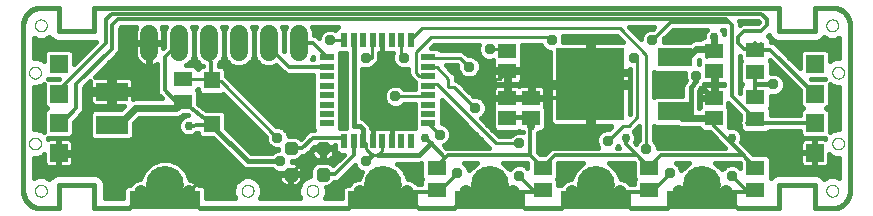
<source format=gbl>
G75*
%MOIN*%
%OFA0B0*%
%FSLAX25Y25*%
%IPPOS*%
%LPD*%
%AMOC8*
5,1,8,0,0,1.08239X$1,22.5*
%
%ADD10C,0.01600*%
%ADD11C,0.00000*%
%ADD12C,0.01200*%
%ADD13R,0.11811X0.06299*%
%ADD14R,0.22835X0.24409*%
%ADD15R,0.05906X0.05118*%
%ADD16C,0.04724*%
%ADD17C,0.12661*%
%ADD18R,0.23622X0.05906*%
%ADD19R,0.06299X0.05118*%
%ADD20R,0.02200X0.05000*%
%ADD21R,0.05000X0.02200*%
%ADD22R,0.05512X0.05512*%
%ADD23R,0.06000X0.06000*%
%ADD24C,0.02226*%
%ADD25C,0.02332*%
%ADD26R,0.10630X0.06299*%
%ADD27C,0.06000*%
%ADD28C,0.02969*%
%ADD29C,0.01000*%
%ADD30C,0.02400*%
%ADD31C,0.01500*%
%ADD32C,0.03750*%
D10*
X0049997Y0025656D02*
X0055902Y0025656D01*
X0055902Y0033530D01*
X0067713Y0033530D01*
X0067713Y0025656D01*
X0079524Y0025656D01*
X0077524Y0029256D02*
X0071313Y0029256D01*
X0071313Y0034246D01*
X0070765Y0035569D01*
X0069752Y0036582D01*
X0068429Y0037130D01*
X0055186Y0037130D01*
X0053863Y0036582D01*
X0052850Y0035569D01*
X0052816Y0035486D01*
X0052698Y0035604D01*
X0050945Y0036330D01*
X0049048Y0036330D01*
X0047691Y0035768D01*
X0047691Y0042541D01*
X0048977Y0042541D01*
X0050729Y0043267D01*
X0050902Y0043440D01*
X0050902Y0040370D01*
X0052074Y0039199D01*
X0059731Y0039199D01*
X0060902Y0040370D01*
X0060902Y0040622D01*
X0086689Y0040622D01*
X0086616Y0040592D01*
X0084273Y0038249D01*
X0083098Y0035412D01*
X0082594Y0035412D01*
X0080990Y0034747D01*
X0079804Y0033561D01*
X0078696Y0033561D01*
X0077524Y0032390D01*
X0077524Y0029256D01*
X0071313Y0029256D01*
X0071313Y0034246D01*
X0070765Y0035569D01*
X0069752Y0036582D01*
X0068429Y0037130D01*
X0055186Y0037130D01*
X0053863Y0036582D01*
X0052850Y0035569D01*
X0052816Y0035486D01*
X0052698Y0035604D01*
X0050945Y0036330D01*
X0049048Y0036330D01*
X0047691Y0035768D01*
X0047691Y0042541D01*
X0048977Y0042541D01*
X0050729Y0043267D01*
X0051102Y0043640D01*
X0051102Y0040962D01*
X0051225Y0040504D01*
X0051462Y0040094D01*
X0051797Y0039759D01*
X0052207Y0039522D01*
X0052665Y0039399D01*
X0055702Y0039399D01*
X0055702Y0043999D01*
X0056102Y0043999D01*
X0056102Y0039399D01*
X0059139Y0039399D01*
X0059597Y0039522D01*
X0060007Y0039759D01*
X0060343Y0040094D01*
X0060580Y0040504D01*
X0060702Y0040962D01*
X0060702Y0043999D01*
X0056102Y0043999D01*
X0056102Y0044399D01*
X0055702Y0044399D01*
X0055702Y0048999D01*
X0052665Y0048999D01*
X0052507Y0048957D01*
X0052407Y0049199D01*
X0059731Y0049199D01*
X0060902Y0050370D01*
X0060902Y0054538D01*
X0063280Y0056916D01*
X0063281Y0056916D01*
X0064012Y0057647D01*
X0064408Y0058603D01*
X0064408Y0065917D01*
X0066304Y0067813D01*
X0066304Y0060654D01*
X0067475Y0059482D01*
X0077330Y0059482D01*
X0076605Y0058758D01*
X0067475Y0058758D01*
X0066304Y0057586D01*
X0066304Y0049630D01*
X0067475Y0048459D01*
X0079762Y0048459D01*
X0080934Y0049630D01*
X0080934Y0054036D01*
X0082818Y0055920D01*
X0095712Y0055920D01*
X0096888Y0056407D01*
X0097207Y0056726D01*
X0098943Y0056726D01*
X0098979Y0056699D01*
X0098516Y0056699D01*
X0097236Y0056168D01*
X0096255Y0055188D01*
X0095725Y0053908D01*
X0095725Y0052522D01*
X0096255Y0051241D01*
X0097236Y0050261D01*
X0098516Y0049730D01*
X0099902Y0049730D01*
X0101183Y0050261D01*
X0101718Y0050795D01*
X0102327Y0050841D01*
X0102327Y0050221D01*
X0103499Y0049049D01*
X0107360Y0049049D01*
X0116563Y0039846D01*
X0116823Y0039586D01*
X0109518Y0039555D01*
X0107865Y0039555D01*
X0107865Y0043919D01*
X0107446Y0044930D01*
X0106673Y0045703D01*
X0105662Y0046122D01*
X0060902Y0046122D01*
X0060902Y0048027D01*
X0059731Y0049199D01*
X0060902Y0050370D01*
X0060902Y0054538D01*
X0063281Y0056916D01*
X0064012Y0057647D01*
X0064408Y0058603D01*
X0064408Y0065917D01*
X0066504Y0068013D01*
X0066504Y0065407D01*
X0072844Y0065407D01*
X0072844Y0069582D01*
X0068072Y0069582D01*
X0075092Y0076601D01*
X0075823Y0077332D01*
X0076219Y0078288D01*
X0076219Y0085602D01*
X0076664Y0086048D01*
X0081550Y0086048D01*
X0081020Y0084768D01*
X0081020Y0076779D01*
X0081782Y0074941D01*
X0083188Y0073535D01*
X0085026Y0072774D01*
X0087015Y0072774D01*
X0088735Y0073486D01*
X0088735Y0064509D01*
X0089131Y0063553D01*
X0089863Y0062822D01*
X0090364Y0062320D01*
X0080934Y0062320D01*
X0080934Y0068610D01*
X0079762Y0069782D01*
X0068272Y0069782D01*
X0075092Y0076601D01*
X0075823Y0077332D01*
X0076219Y0078288D01*
X0076219Y0085602D01*
X0076664Y0086048D01*
X0081792Y0086048D01*
X0081572Y0085616D01*
X0081339Y0084898D01*
X0081220Y0084151D01*
X0081220Y0080974D01*
X0085820Y0080974D01*
X0085820Y0080574D01*
X0081220Y0080574D01*
X0081220Y0077396D01*
X0081339Y0076650D01*
X0081572Y0075931D01*
X0081915Y0075258D01*
X0082359Y0074647D01*
X0082893Y0074112D01*
X0083505Y0073668D01*
X0084178Y0073325D01*
X0084896Y0073092D01*
X0085643Y0072974D01*
X0085820Y0072974D01*
X0085820Y0080574D01*
X0086220Y0080574D01*
X0086220Y0072974D01*
X0086398Y0072974D01*
X0087144Y0073092D01*
X0087863Y0073325D01*
X0088536Y0073668D01*
X0088735Y0073813D01*
X0088735Y0064509D01*
X0089131Y0063553D01*
X0089863Y0062822D01*
X0089863Y0062822D01*
X0090364Y0062320D01*
X0080856Y0062320D01*
X0080734Y0062269D01*
X0080734Y0063857D01*
X0074394Y0063857D01*
X0074394Y0065407D01*
X0080734Y0065407D01*
X0080734Y0068019D01*
X0080611Y0068476D01*
X0080374Y0068887D01*
X0080039Y0069222D01*
X0079628Y0069459D01*
X0079171Y0069582D01*
X0074394Y0069582D01*
X0074394Y0065407D01*
X0072844Y0065407D01*
X0072844Y0063857D01*
X0074394Y0063857D01*
X0074394Y0059682D01*
X0077530Y0059682D01*
X0076605Y0058758D01*
X0067475Y0058758D01*
X0066304Y0057586D01*
X0066304Y0049630D01*
X0067475Y0048459D01*
X0079762Y0048459D01*
X0080934Y0049630D01*
X0080934Y0054036D01*
X0082818Y0055920D01*
X0095712Y0055920D01*
X0096888Y0056407D01*
X0097207Y0056726D01*
X0098943Y0056726D01*
X0098979Y0056699D01*
X0098516Y0056699D01*
X0097236Y0056168D01*
X0096255Y0055188D01*
X0095725Y0053908D01*
X0095725Y0052522D01*
X0096255Y0051241D01*
X0097236Y0050261D01*
X0098516Y0049730D01*
X0099902Y0049730D01*
X0101183Y0050261D01*
X0101718Y0050795D01*
X0102327Y0050841D01*
X0102327Y0050221D01*
X0103499Y0049049D01*
X0107360Y0049049D01*
X0116563Y0039846D01*
X0117337Y0039072D01*
X0118347Y0038654D01*
X0126991Y0038654D01*
X0127526Y0038119D01*
X0128950Y0037529D01*
X0129349Y0037529D01*
X0129349Y0037307D01*
X0132999Y0037307D01*
X0132999Y0036807D01*
X0133499Y0036807D01*
X0133499Y0037307D01*
X0137149Y0037307D01*
X0137149Y0038431D01*
X0137037Y0038994D01*
X0136817Y0039524D01*
X0136498Y0040001D01*
X0136093Y0040407D01*
X0135616Y0040726D01*
X0135085Y0040945D01*
X0134523Y0041057D01*
X0133596Y0041057D01*
X0133596Y0041550D01*
X0134065Y0041550D01*
X0133772Y0041257D01*
X0133596Y0041257D01*
X0133596Y0041550D01*
X0134855Y0041550D01*
X0135999Y0042024D01*
X0136875Y0042900D01*
X0136978Y0043150D01*
X0137538Y0043150D01*
X0138493Y0043546D01*
X0139910Y0044963D01*
X0139910Y0044424D01*
X0140024Y0043851D01*
X0140248Y0043311D01*
X0140572Y0042825D01*
X0140985Y0042412D01*
X0141471Y0042088D01*
X0142011Y0041864D01*
X0142584Y0041750D01*
X0143610Y0041750D01*
X0143610Y0045450D01*
X0144210Y0045450D01*
X0144210Y0041750D01*
X0145236Y0041750D01*
X0145809Y0041864D01*
X0146349Y0042088D01*
X0146835Y0042412D01*
X0147248Y0042825D01*
X0147573Y0043311D01*
X0147796Y0043851D01*
X0147910Y0044424D01*
X0147910Y0045450D01*
X0144210Y0045450D01*
X0144210Y0046050D01*
X0147910Y0046050D01*
X0147910Y0046678D01*
X0148078Y0046678D01*
X0148078Y0044797D01*
X0149249Y0043626D01*
X0150904Y0043626D01*
X0147361Y0040083D01*
X0146660Y0040783D01*
X0145516Y0041257D01*
X0142304Y0041257D01*
X0141160Y0040783D01*
X0140284Y0039908D01*
X0139810Y0038763D01*
X0139810Y0036330D01*
X0139599Y0036330D01*
X0137847Y0035604D01*
X0137175Y0034932D01*
X0137349Y0035351D01*
X0137349Y0037480D01*
X0141661Y0041793D01*
X0142246Y0041550D01*
X0145574Y0041550D01*
X0146737Y0042032D01*
X0147628Y0042923D01*
X0148110Y0044086D01*
X0148110Y0044765D01*
X0149249Y0043626D01*
X0150904Y0043626D01*
X0147361Y0040083D01*
X0146660Y0040783D01*
X0145516Y0041257D01*
X0142304Y0041257D01*
X0141160Y0040783D01*
X0140284Y0039908D01*
X0139810Y0038763D01*
X0139810Y0036330D01*
X0139599Y0036330D01*
X0137847Y0035604D01*
X0136784Y0034541D01*
X0136817Y0034590D01*
X0137037Y0035120D01*
X0137149Y0035683D01*
X0137149Y0036807D01*
X0133499Y0036807D01*
X0133499Y0033057D01*
X0134523Y0033057D01*
X0135085Y0033169D01*
X0135616Y0033389D01*
X0136093Y0033708D01*
X0136405Y0034020D01*
X0135779Y0032510D01*
X0135779Y0030613D01*
X0136341Y0029256D01*
X0123101Y0029256D01*
X0123663Y0030613D01*
X0123663Y0032510D01*
X0122937Y0034262D01*
X0122787Y0034412D01*
X0129526Y0034441D01*
X0129623Y0034207D01*
X0130498Y0033331D01*
X0131642Y0032857D01*
X0134855Y0032857D01*
X0135999Y0033331D01*
X0136205Y0033537D01*
X0135779Y0032510D01*
X0135779Y0030613D01*
X0136341Y0029256D01*
X0123101Y0029256D01*
X0123663Y0030613D01*
X0123663Y0032510D01*
X0122937Y0034262D01*
X0121595Y0035604D01*
X0119843Y0036330D01*
X0117946Y0036330D01*
X0116193Y0035604D01*
X0114852Y0034262D01*
X0114968Y0034378D01*
X0110047Y0034357D01*
X0110041Y0034355D01*
X0109529Y0034355D01*
X0109018Y0034353D01*
X0109013Y0034355D01*
X0106192Y0034355D01*
X0104686Y0032849D01*
X0105146Y0032390D01*
X0105146Y0029256D01*
X0114688Y0029256D01*
X0114126Y0030613D01*
X0114126Y0032510D01*
X0114852Y0034262D01*
X0114126Y0032510D01*
X0114126Y0030613D01*
X0114688Y0029256D01*
X0105146Y0029256D01*
X0105146Y0032390D01*
X0103975Y0033561D01*
X0102529Y0033561D01*
X0102384Y0033761D01*
X0101921Y0034224D01*
X0101391Y0034609D01*
X0100807Y0034907D01*
X0100184Y0035109D01*
X0099664Y0035191D01*
X0098398Y0038249D01*
X0096054Y0040592D01*
X0095982Y0040622D01*
X0102365Y0040622D01*
X0102365Y0037882D01*
X0099895Y0035412D01*
X0099573Y0035412D01*
X0098398Y0038249D01*
X0096054Y0040592D01*
X0092992Y0041860D01*
X0089678Y0041860D01*
X0086616Y0040592D01*
X0084273Y0038249D01*
X0083098Y0035412D01*
X0082594Y0035412D01*
X0080990Y0034747D01*
X0079804Y0033561D01*
X0078696Y0033561D01*
X0077524Y0032390D01*
X0077524Y0029256D01*
X0077524Y0029593D02*
X0071313Y0029593D01*
X0077524Y0029593D01*
X0077524Y0031191D02*
X0071313Y0031191D01*
X0077524Y0031191D01*
X0077924Y0032790D02*
X0071313Y0032790D01*
X0077924Y0032790D01*
X0080631Y0034388D02*
X0071254Y0034388D01*
X0080631Y0034388D01*
X0083336Y0035987D02*
X0070347Y0035987D01*
X0083336Y0035987D01*
X0083998Y0037585D02*
X0047691Y0037585D01*
X0083998Y0037585D01*
X0085208Y0039184D02*
X0047691Y0039184D01*
X0085208Y0039184D01*
X0087075Y0040782D02*
X0060654Y0040782D01*
X0060702Y0042381D02*
X0114028Y0042381D01*
X0107865Y0042381D01*
X0107840Y0043979D02*
X0112430Y0043979D01*
X0060702Y0043979D01*
X0060702Y0044399D02*
X0056102Y0044399D01*
X0056102Y0048999D01*
X0059139Y0048999D01*
X0059597Y0048876D01*
X0060007Y0048639D01*
X0060343Y0048304D01*
X0060580Y0047894D01*
X0060702Y0047436D01*
X0060702Y0044399D01*
X0060702Y0045578D02*
X0110831Y0045578D01*
X0106798Y0045578D01*
X0109233Y0047176D02*
X0060902Y0047176D01*
X0060702Y0047176D02*
X0109233Y0047176D01*
X0107634Y0048775D02*
X0080078Y0048775D01*
X0107634Y0048775D01*
X0102327Y0050373D02*
X0101295Y0050373D01*
X0102327Y0050373D01*
X0097123Y0050373D02*
X0080934Y0050373D01*
X0097123Y0050373D01*
X0095953Y0051972D02*
X0080934Y0051972D01*
X0095953Y0051972D01*
X0095725Y0053570D02*
X0080934Y0053570D01*
X0095725Y0053570D01*
X0096247Y0055169D02*
X0082067Y0055169D01*
X0096247Y0055169D01*
X0102390Y0060637D02*
X0102390Y0064673D01*
X0102038Y0065026D01*
X0102327Y0065315D01*
X0102327Y0064788D01*
X0103499Y0063616D01*
X0110668Y0063616D01*
X0110765Y0063714D01*
X0124862Y0049617D01*
X0124862Y0048507D01*
X0125452Y0047083D01*
X0126542Y0045993D01*
X0127966Y0045403D01*
X0129149Y0045403D01*
X0129149Y0045279D01*
X0128950Y0045279D01*
X0127526Y0044689D01*
X0126991Y0044154D01*
X0120033Y0044154D01*
X0111839Y0052348D01*
X0111839Y0057390D01*
X0110668Y0058561D01*
X0105122Y0058561D01*
X0102390Y0060637D01*
X0102390Y0061563D02*
X0112916Y0061563D01*
X0111318Y0063161D02*
X0102390Y0063161D01*
X0102355Y0064760D02*
X0102304Y0064760D01*
X0103276Y0059964D02*
X0114515Y0059964D01*
X0116113Y0058366D02*
X0110863Y0058366D01*
X0111839Y0056767D02*
X0117712Y0056767D01*
X0119310Y0055169D02*
X0111839Y0055169D01*
X0111839Y0053570D02*
X0120909Y0053570D01*
X0122507Y0051972D02*
X0112215Y0051972D01*
X0113814Y0050373D02*
X0124106Y0050373D01*
X0128397Y0053153D02*
X0112155Y0069395D01*
X0111839Y0069711D01*
X0111839Y0071956D01*
X0110668Y0073128D01*
X0109285Y0073128D01*
X0109219Y0073901D01*
X0110259Y0074941D01*
X0111020Y0076779D01*
X0111020Y0084768D01*
X0110490Y0086048D01*
X0111550Y0086048D01*
X0111020Y0084768D01*
X0111020Y0076779D01*
X0111782Y0074941D01*
X0113188Y0073535D01*
X0115026Y0072774D01*
X0117015Y0072774D01*
X0118853Y0073535D01*
X0120259Y0074941D01*
X0121020Y0076779D01*
X0121020Y0084768D01*
X0120490Y0086048D01*
X0121550Y0086048D01*
X0121020Y0084768D01*
X0121020Y0076779D01*
X0121782Y0074941D01*
X0123188Y0073535D01*
X0125026Y0072774D01*
X0127015Y0072774D01*
X0128505Y0073391D01*
X0130470Y0071427D01*
X0131201Y0070696D01*
X0132157Y0070300D01*
X0140801Y0070300D01*
X0140801Y0052074D01*
X0140997Y0051878D01*
X0140031Y0051878D01*
X0139075Y0051482D01*
X0138344Y0050750D01*
X0136534Y0048941D01*
X0135999Y0049476D01*
X0134855Y0049950D01*
X0132612Y0049950D01*
X0132612Y0050048D01*
X0132022Y0051473D01*
X0130932Y0052563D01*
X0129508Y0053153D01*
X0128397Y0053153D01*
X0127980Y0053570D02*
X0140801Y0053570D01*
X0140801Y0055169D02*
X0126381Y0055169D01*
X0124783Y0056767D02*
X0140801Y0056767D01*
X0140801Y0058366D02*
X0123184Y0058366D01*
X0121586Y0059964D02*
X0140801Y0059964D01*
X0140801Y0061563D02*
X0119987Y0061563D01*
X0118389Y0063161D02*
X0140801Y0063161D01*
X0140801Y0064760D02*
X0116790Y0064760D01*
X0115192Y0066358D02*
X0140801Y0066358D01*
X0140801Y0067957D02*
X0113593Y0067957D01*
X0112155Y0069395D02*
X0112155Y0069395D01*
X0111995Y0069555D02*
X0140801Y0069555D01*
X0149801Y0069555D02*
X0151577Y0069555D01*
X0151577Y0067957D02*
X0149801Y0067957D01*
X0149801Y0066358D02*
X0151577Y0066358D01*
X0151577Y0064760D02*
X0149801Y0064760D01*
X0149801Y0063161D02*
X0151577Y0063161D01*
X0151577Y0061563D02*
X0149801Y0061563D01*
X0149801Y0059964D02*
X0151577Y0059964D01*
X0151577Y0058366D02*
X0149801Y0058366D01*
X0149801Y0056767D02*
X0151577Y0056767D01*
X0151577Y0055169D02*
X0149801Y0055169D01*
X0149801Y0053570D02*
X0151577Y0053570D01*
X0151577Y0052668D02*
X0151595Y0052626D01*
X0149801Y0052626D01*
X0149801Y0077426D01*
X0151577Y0077426D01*
X0151577Y0052668D01*
X0157077Y0055868D02*
X0157077Y0072150D01*
X0157494Y0071977D01*
X0158812Y0071977D01*
X0159248Y0070926D01*
X0160228Y0069946D01*
X0161508Y0069415D01*
X0162895Y0069415D01*
X0164175Y0069946D01*
X0165155Y0070926D01*
X0165686Y0072207D01*
X0165686Y0072848D01*
X0166289Y0073452D01*
X0166670Y0074371D01*
X0166670Y0077426D01*
X0167517Y0077426D01*
X0167185Y0076623D01*
X0167185Y0075082D01*
X0167775Y0073657D01*
X0168865Y0072567D01*
X0170289Y0071977D01*
X0171830Y0071977D01*
X0172497Y0072253D01*
X0172497Y0070434D01*
X0172877Y0069515D01*
X0173581Y0068812D01*
X0174565Y0067828D01*
X0174601Y0067812D01*
X0174601Y0065557D01*
X0171087Y0065557D01*
X0170302Y0066342D01*
X0168878Y0066932D01*
X0167336Y0066932D01*
X0165912Y0066342D01*
X0164822Y0065252D01*
X0164232Y0063828D01*
X0164232Y0062286D01*
X0164822Y0060862D01*
X0165912Y0059772D01*
X0167336Y0059182D01*
X0168878Y0059182D01*
X0170302Y0059772D01*
X0171087Y0060557D01*
X0174601Y0060557D01*
X0174601Y0052626D01*
X0169426Y0052626D01*
X0169426Y0054893D01*
X0169045Y0055812D01*
X0168258Y0056599D01*
X0167555Y0057303D01*
X0166636Y0057683D01*
X0163717Y0057683D01*
X0163717Y0057845D01*
X0163187Y0059125D01*
X0162207Y0060105D01*
X0160926Y0060636D01*
X0159540Y0060636D01*
X0158259Y0060105D01*
X0157279Y0059125D01*
X0157077Y0058638D01*
X0157077Y0072150D01*
X0157494Y0071977D01*
X0159035Y0071977D01*
X0160459Y0072567D01*
X0161549Y0073657D01*
X0161567Y0073699D01*
X0161649Y0073733D01*
X0162352Y0074436D01*
X0162733Y0075355D01*
X0162733Y0077604D01*
X0162755Y0077626D01*
X0163776Y0077626D01*
X0163776Y0081926D01*
X0163776Y0081926D01*
X0163776Y0077626D01*
X0164797Y0077626D01*
X0164997Y0077426D01*
X0167517Y0077426D01*
X0167185Y0076623D01*
X0167185Y0075082D01*
X0167775Y0073657D01*
X0168865Y0072567D01*
X0170289Y0071977D01*
X0171830Y0071977D01*
X0172497Y0072253D01*
X0172497Y0070434D01*
X0172877Y0069515D01*
X0173581Y0068812D01*
X0174565Y0067828D01*
X0174601Y0067812D01*
X0174601Y0065557D01*
X0171087Y0065557D01*
X0170302Y0066342D01*
X0168878Y0066932D01*
X0167336Y0066932D01*
X0165912Y0066342D01*
X0164822Y0065252D01*
X0164232Y0063828D01*
X0164232Y0062286D01*
X0164822Y0060862D01*
X0165912Y0059772D01*
X0167336Y0059182D01*
X0168878Y0059182D01*
X0170302Y0059772D01*
X0171087Y0060557D01*
X0174601Y0060557D01*
X0174601Y0052626D01*
X0172004Y0052626D01*
X0168147Y0052626D01*
X0167947Y0052426D01*
X0166926Y0052426D01*
X0166926Y0048126D01*
X0166926Y0048126D01*
X0166926Y0052426D01*
X0165905Y0052426D01*
X0165705Y0052626D01*
X0161848Y0052626D01*
X0161648Y0052426D01*
X0160627Y0052426D01*
X0160627Y0048168D01*
X0160627Y0048168D01*
X0160627Y0052426D01*
X0160030Y0052426D01*
X0160030Y0052777D01*
X0159612Y0053788D01*
X0158838Y0054562D01*
X0157854Y0055546D01*
X0157077Y0055868D01*
X0157077Y0056767D02*
X0174601Y0056767D01*
X0168090Y0056767D01*
X0169312Y0055169D02*
X0174601Y0055169D01*
X0158231Y0055169D01*
X0159702Y0053570D02*
X0174601Y0053570D01*
X0169426Y0053570D01*
X0166926Y0051972D02*
X0166926Y0051972D01*
X0166926Y0050373D02*
X0166926Y0050373D01*
X0164426Y0052626D02*
X0162733Y0052626D01*
X0162733Y0052683D01*
X0164426Y0052683D01*
X0164426Y0052626D01*
X0160627Y0051972D02*
X0160627Y0051972D01*
X0160627Y0050373D02*
X0160627Y0050373D01*
X0160627Y0048775D02*
X0160627Y0048775D01*
X0166926Y0048775D02*
X0166926Y0048775D01*
X0168816Y0040622D02*
X0176528Y0040622D01*
X0176737Y0040709D01*
X0176737Y0035851D01*
X0177090Y0035498D01*
X0176737Y0035145D01*
X0176737Y0033649D01*
X0175613Y0033649D01*
X0174515Y0034747D01*
X0172912Y0035412D01*
X0172408Y0035412D01*
X0171232Y0038249D01*
X0168889Y0040592D01*
X0168816Y0040622D01*
X0170297Y0039184D02*
X0176737Y0039184D01*
X0176737Y0037585D02*
X0171507Y0037585D01*
X0172169Y0035987D02*
X0176737Y0035987D01*
X0176737Y0034388D02*
X0174874Y0034388D01*
X0190922Y0040772D02*
X0195319Y0040772D01*
X0194884Y0040592D01*
X0192616Y0038324D01*
X0192061Y0039662D01*
X0190971Y0040752D01*
X0190922Y0040772D01*
X0192259Y0039184D02*
X0193476Y0039184D01*
X0203887Y0040772D02*
X0212109Y0040772D01*
X0212170Y0040711D01*
X0212170Y0039238D01*
X0211641Y0039767D01*
X0210216Y0040357D01*
X0208675Y0040357D01*
X0207251Y0039767D01*
X0206199Y0038715D01*
X0204322Y0040592D01*
X0203887Y0040772D01*
X0205730Y0039184D02*
X0206667Y0039184D01*
X0215786Y0044449D02*
X0216437Y0043797D01*
X0218005Y0043797D01*
X0219052Y0044845D01*
X0219784Y0045576D01*
X0220739Y0045972D01*
X0235814Y0045972D01*
X0235688Y0046098D01*
X0235098Y0047523D01*
X0235098Y0049064D01*
X0235688Y0050488D01*
X0236778Y0051578D01*
X0238202Y0052168D01*
X0239313Y0052168D01*
X0239934Y0052789D01*
X0220822Y0052789D01*
X0219650Y0053961D01*
X0219650Y0059867D01*
X0218335Y0059867D01*
X0218335Y0052386D01*
X0217164Y0051215D01*
X0216310Y0051215D01*
X0215786Y0050690D01*
X0215786Y0044449D01*
X0215786Y0050690D01*
X0216310Y0051215D01*
X0217164Y0051215D01*
X0218335Y0052386D01*
X0218335Y0059161D01*
X0218070Y0059427D01*
X0218135Y0059671D01*
X0218135Y0061987D01*
X0213862Y0061987D01*
X0213862Y0062946D01*
X0218135Y0062946D01*
X0218135Y0065263D01*
X0218013Y0065720D01*
X0217776Y0066131D01*
X0217441Y0066466D01*
X0217030Y0066703D01*
X0216572Y0066826D01*
X0213862Y0066826D01*
X0213862Y0062946D01*
X0212903Y0062946D01*
X0212903Y0061987D01*
X0210261Y0061987D01*
X0205988Y0061987D01*
X0205988Y0062946D01*
X0212903Y0062946D01*
X0212903Y0066826D01*
X0210193Y0066826D01*
X0209735Y0066703D01*
X0209446Y0066536D01*
X0209156Y0066703D01*
X0208698Y0066826D01*
X0205988Y0066826D01*
X0205988Y0062946D01*
X0205029Y0062946D01*
X0205029Y0061987D01*
X0200756Y0061987D01*
X0200756Y0059671D01*
X0200821Y0059427D01*
X0200556Y0059161D01*
X0200556Y0052386D01*
X0201727Y0051215D01*
X0209290Y0051215D01*
X0209446Y0051370D01*
X0209601Y0051215D01*
X0210455Y0051215D01*
X0210586Y0051084D01*
X0210586Y0051031D01*
X0210216Y0051184D01*
X0208675Y0051184D01*
X0207251Y0050594D01*
X0206465Y0049809D01*
X0202607Y0049809D01*
X0196668Y0055749D01*
X0196877Y0055835D01*
X0197967Y0056925D01*
X0198557Y0058349D01*
X0198557Y0059891D01*
X0197967Y0061315D01*
X0196877Y0062405D01*
X0195453Y0062995D01*
X0194342Y0062995D01*
X0191447Y0065890D01*
X0191734Y0066009D01*
X0192188Y0066463D01*
X0201164Y0066463D01*
X0200556Y0065854D01*
X0200556Y0052386D01*
X0201727Y0051215D01*
X0209290Y0051215D01*
X0209446Y0051370D01*
X0209601Y0051215D01*
X0210455Y0051215D01*
X0210586Y0051084D01*
X0210586Y0051031D01*
X0210216Y0051184D01*
X0208675Y0051184D01*
X0207251Y0050594D01*
X0206465Y0049809D01*
X0202607Y0049809D01*
X0196668Y0055749D01*
X0196877Y0055835D01*
X0197967Y0056925D01*
X0198557Y0058349D01*
X0198557Y0059891D01*
X0197967Y0061315D01*
X0196877Y0062405D01*
X0195453Y0062995D01*
X0194342Y0062995D01*
X0189208Y0068129D01*
X0188323Y0068496D01*
X0188323Y0069460D01*
X0187943Y0070379D01*
X0187240Y0071082D01*
X0184969Y0073352D01*
X0188725Y0073352D01*
X0188838Y0073239D01*
X0188838Y0072352D01*
X0187787Y0071916D01*
X0187096Y0071226D01*
X0184969Y0073352D01*
X0188725Y0073352D01*
X0188838Y0073239D01*
X0188838Y0072129D01*
X0189428Y0070705D01*
X0190518Y0069615D01*
X0191942Y0069025D01*
X0193484Y0069025D01*
X0194908Y0069615D01*
X0195998Y0070705D01*
X0196588Y0072129D01*
X0196588Y0073670D01*
X0195998Y0075095D01*
X0194908Y0076185D01*
X0193484Y0076775D01*
X0192374Y0076775D01*
X0191177Y0077972D01*
X0190258Y0078352D01*
X0189263Y0078352D01*
X0183227Y0078352D01*
X0182430Y0079149D01*
X0179861Y0079149D01*
X0180954Y0080242D01*
X0196004Y0080242D01*
X0195728Y0079576D01*
X0195728Y0078034D01*
X0196318Y0076610D01*
X0197408Y0075520D01*
X0198832Y0074930D01*
X0200374Y0074930D01*
X0200556Y0075006D01*
X0200556Y0071463D01*
X0196312Y0071463D01*
X0196588Y0072129D01*
X0196588Y0073670D01*
X0195998Y0075095D01*
X0194908Y0076185D01*
X0193484Y0076775D01*
X0192374Y0076775D01*
X0191177Y0077972D01*
X0190258Y0078352D01*
X0183227Y0078352D01*
X0182430Y0079149D01*
X0179861Y0079149D01*
X0180954Y0080242D01*
X0196004Y0080242D01*
X0195728Y0079576D01*
X0195728Y0078034D01*
X0196318Y0076610D01*
X0197408Y0075520D01*
X0198832Y0074930D01*
X0200374Y0074930D01*
X0200556Y0075006D01*
X0200556Y0074827D01*
X0200821Y0074562D01*
X0200756Y0074318D01*
X0200756Y0072001D01*
X0205029Y0072001D01*
X0205029Y0071042D01*
X0205988Y0071042D01*
X0205988Y0067163D01*
X0208698Y0067163D01*
X0209156Y0067285D01*
X0209566Y0067522D01*
X0209902Y0067857D01*
X0210139Y0068268D01*
X0210261Y0068726D01*
X0210261Y0071042D01*
X0205988Y0071042D01*
X0205988Y0072001D01*
X0210261Y0072001D01*
X0210261Y0074318D01*
X0210196Y0074562D01*
X0210461Y0074827D01*
X0210461Y0080242D01*
X0216706Y0080242D01*
X0216987Y0079563D01*
X0218077Y0078473D01*
X0219502Y0077883D01*
X0219650Y0077883D01*
X0219650Y0065067D01*
X0218335Y0065067D01*
X0218335Y0065854D01*
X0217164Y0067026D01*
X0209601Y0067026D01*
X0209446Y0066870D01*
X0209321Y0066994D01*
X0210461Y0068134D01*
X0210461Y0080242D01*
X0216706Y0080242D01*
X0216987Y0079563D01*
X0218077Y0078473D01*
X0219502Y0077883D01*
X0219850Y0077883D01*
X0219850Y0067794D01*
X0232268Y0067794D01*
X0232268Y0080999D01*
X0224147Y0080999D01*
X0224147Y0082529D01*
X0223871Y0083195D01*
X0241875Y0083195D01*
X0243871Y0081199D01*
X0224147Y0081199D01*
X0224147Y0082529D01*
X0223871Y0083195D01*
X0241875Y0083195D01*
X0244071Y0080999D01*
X0233868Y0080999D01*
X0233868Y0067794D01*
X0246285Y0067794D01*
X0246285Y0072299D01*
X0246316Y0072286D01*
X0246316Y0057203D01*
X0246285Y0057172D01*
X0246285Y0066194D01*
X0233868Y0066194D01*
X0233868Y0067794D01*
X0232268Y0067794D01*
X0232268Y0066194D01*
X0233868Y0066194D01*
X0233868Y0052989D01*
X0240134Y0052989D01*
X0239313Y0052168D01*
X0238202Y0052168D01*
X0236778Y0051578D01*
X0235688Y0050488D01*
X0235098Y0049064D01*
X0235098Y0047523D01*
X0235688Y0046098D01*
X0235814Y0045972D01*
X0220739Y0045972D01*
X0219784Y0045576D01*
X0219052Y0044845D01*
X0218005Y0043797D01*
X0216437Y0043797D01*
X0215786Y0044449D01*
X0216256Y0043979D02*
X0218187Y0043979D01*
X0216256Y0043979D01*
X0215786Y0045578D02*
X0219787Y0045578D01*
X0215786Y0045578D01*
X0215786Y0047176D02*
X0235242Y0047176D01*
X0215786Y0047176D01*
X0215786Y0048775D02*
X0235098Y0048775D01*
X0215786Y0048775D01*
X0215786Y0050373D02*
X0235640Y0050373D01*
X0215786Y0050373D01*
X0217921Y0051972D02*
X0237728Y0051972D01*
X0217921Y0051972D01*
X0218335Y0053570D02*
X0220041Y0053570D01*
X0220210Y0053684D02*
X0220545Y0053349D01*
X0220955Y0053112D01*
X0221413Y0052989D01*
X0232268Y0052989D01*
X0232268Y0066194D01*
X0219850Y0066194D01*
X0219850Y0054552D01*
X0219973Y0054095D01*
X0220210Y0053684D01*
X0220324Y0053570D02*
X0218335Y0053570D01*
X0218335Y0055169D02*
X0219650Y0055169D01*
X0219850Y0055169D02*
X0218335Y0055169D01*
X0218335Y0056767D02*
X0219650Y0056767D01*
X0219850Y0056767D02*
X0218335Y0056767D01*
X0218335Y0058366D02*
X0219650Y0058366D01*
X0219850Y0058366D02*
X0218335Y0058366D01*
X0218135Y0059964D02*
X0219850Y0059964D01*
X0219850Y0061563D02*
X0218135Y0061563D01*
X0218135Y0063161D02*
X0219850Y0063161D01*
X0219850Y0064760D02*
X0218135Y0064760D01*
X0217831Y0066358D02*
X0219650Y0066358D01*
X0219650Y0067957D02*
X0210284Y0067957D01*
X0209959Y0067957D02*
X0219850Y0067957D01*
X0219850Y0069555D02*
X0210261Y0069555D01*
X0210461Y0069555D02*
X0219650Y0069555D01*
X0219650Y0071154D02*
X0210461Y0071154D01*
X0210461Y0072752D02*
X0219650Y0072752D01*
X0219850Y0072752D02*
X0210261Y0072752D01*
X0210252Y0074351D02*
X0219850Y0074351D01*
X0219650Y0074351D02*
X0210461Y0074351D01*
X0210461Y0075949D02*
X0219650Y0075949D01*
X0219850Y0075949D02*
X0210461Y0075949D01*
X0210461Y0077548D02*
X0219650Y0077548D01*
X0219850Y0077548D02*
X0210461Y0077548D01*
X0210461Y0079146D02*
X0217404Y0079146D01*
X0210461Y0079146D01*
X0200765Y0074351D02*
X0196306Y0074351D01*
X0200556Y0074351D01*
X0200556Y0072752D02*
X0196588Y0072752D01*
X0200756Y0072752D01*
X0200756Y0071042D02*
X0200756Y0068726D01*
X0200878Y0068268D01*
X0201115Y0067857D01*
X0201451Y0067522D01*
X0201861Y0067285D01*
X0202319Y0067163D01*
X0205029Y0067163D01*
X0205029Y0071042D01*
X0200756Y0071042D01*
X0200756Y0069555D02*
X0194765Y0069555D01*
X0196184Y0071154D02*
X0205029Y0071154D01*
X0205988Y0071154D02*
X0219850Y0071154D01*
X0217548Y0066358D02*
X0232268Y0066358D01*
X0232268Y0064760D02*
X0233868Y0064760D01*
X0233868Y0066358D02*
X0246316Y0066358D01*
X0246285Y0064760D02*
X0246316Y0064760D01*
X0246285Y0063161D02*
X0246316Y0063161D01*
X0246285Y0061563D02*
X0246316Y0061563D01*
X0246285Y0059964D02*
X0246316Y0059964D01*
X0246285Y0058366D02*
X0246316Y0058366D01*
X0254268Y0062811D02*
X0254268Y0071178D01*
X0254601Y0070845D01*
X0264678Y0070845D01*
X0264626Y0070718D01*
X0264626Y0069176D01*
X0264972Y0068339D01*
X0264201Y0067568D01*
X0263782Y0066557D01*
X0263782Y0063144D01*
X0254601Y0063144D01*
X0254268Y0062811D01*
X0254268Y0063161D02*
X0263782Y0063161D01*
X0263782Y0064760D02*
X0254268Y0064760D01*
X0254268Y0066358D02*
X0263782Y0066358D01*
X0264590Y0067957D02*
X0254268Y0067957D01*
X0254268Y0069555D02*
X0264626Y0069555D01*
X0270973Y0066760D02*
X0271099Y0067065D01*
X0271201Y0067167D01*
X0271216Y0067163D01*
X0273927Y0067163D01*
X0273927Y0071042D01*
X0274886Y0071042D01*
X0274886Y0067163D01*
X0277596Y0067163D01*
X0277712Y0067194D01*
X0277712Y0066795D01*
X0277596Y0066826D01*
X0274886Y0066826D01*
X0274886Y0062946D01*
X0273927Y0062946D01*
X0273927Y0066826D01*
X0271216Y0066826D01*
X0270973Y0066760D01*
X0269653Y0065242D02*
X0269282Y0064871D01*
X0269282Y0058974D01*
X0269282Y0061746D01*
X0269453Y0061675D01*
X0269453Y0058974D01*
X0269282Y0058974D01*
X0269453Y0058974D01*
X0269453Y0059161D01*
X0269719Y0059427D01*
X0269653Y0059671D01*
X0269653Y0061987D01*
X0273927Y0061987D01*
X0273927Y0062946D01*
X0269653Y0062946D01*
X0269653Y0065242D01*
X0269653Y0064760D02*
X0269282Y0064760D01*
X0269282Y0063161D02*
X0269653Y0063161D01*
X0269653Y0061563D02*
X0269282Y0061563D01*
X0269453Y0061563D01*
X0269453Y0059964D02*
X0269282Y0059964D01*
X0269653Y0059964D01*
X0273927Y0063161D02*
X0274886Y0063161D01*
X0274886Y0064760D02*
X0273927Y0064760D01*
X0273927Y0066358D02*
X0274886Y0066358D01*
X0274886Y0067957D02*
X0273927Y0067957D01*
X0273927Y0069555D02*
X0274886Y0069555D01*
X0282912Y0069555D02*
X0283036Y0069555D01*
X0283036Y0067957D02*
X0282912Y0067957D01*
X0283036Y0067741D02*
X0283782Y0066994D01*
X0283036Y0066248D01*
X0283036Y0064207D01*
X0282912Y0064331D01*
X0282912Y0076545D01*
X0283036Y0076493D01*
X0283036Y0075221D01*
X0283389Y0074868D01*
X0283036Y0074516D01*
X0283036Y0067741D01*
X0283147Y0066358D02*
X0282912Y0066358D01*
X0282912Y0064760D02*
X0283036Y0064760D01*
X0279159Y0060730D02*
X0283036Y0056853D01*
X0283036Y0055215D01*
X0283021Y0055178D01*
X0282830Y0054716D01*
X0282830Y0054700D01*
X0282824Y0054684D01*
X0282830Y0054182D01*
X0282830Y0053682D01*
X0282836Y0053667D01*
X0282836Y0053650D01*
X0283034Y0053188D01*
X0283036Y0053184D01*
X0283036Y0051993D01*
X0284208Y0050821D01*
X0292164Y0050821D01*
X0292942Y0051599D01*
X0302871Y0051599D01*
X0302871Y0050370D01*
X0304042Y0049199D01*
X0302871Y0048027D01*
X0302871Y0040370D01*
X0304042Y0039199D01*
X0311699Y0039199D01*
X0312871Y0040370D01*
X0312871Y0043440D01*
X0313044Y0043267D01*
X0314796Y0042541D01*
X0316082Y0042541D01*
X0316082Y0035768D01*
X0314725Y0036330D01*
X0312828Y0036330D01*
X0311075Y0035604D01*
X0310957Y0035486D01*
X0310923Y0035569D01*
X0309910Y0036582D01*
X0308587Y0037130D01*
X0295344Y0037130D01*
X0294020Y0036582D01*
X0295344Y0037130D01*
X0308587Y0037130D01*
X0309910Y0036582D01*
X0310923Y0035569D01*
X0310957Y0035486D01*
X0311075Y0035604D01*
X0312828Y0036330D01*
X0314725Y0036330D01*
X0316082Y0035768D01*
X0316082Y0042541D01*
X0314796Y0042541D01*
X0313044Y0043267D01*
X0312671Y0043640D01*
X0312671Y0040962D01*
X0312548Y0040504D01*
X0312311Y0040094D01*
X0311976Y0039759D01*
X0311566Y0039522D01*
X0311108Y0039399D01*
X0308071Y0039399D01*
X0308071Y0043999D01*
X0307671Y0043999D01*
X0307671Y0039399D01*
X0304634Y0039399D01*
X0304176Y0039522D01*
X0303766Y0039759D01*
X0303430Y0040094D01*
X0303193Y0040504D01*
X0303071Y0040962D01*
X0303071Y0043999D01*
X0307671Y0043999D01*
X0307671Y0044399D01*
X0307671Y0048999D01*
X0304634Y0048999D01*
X0304176Y0048876D01*
X0303766Y0048639D01*
X0303430Y0048304D01*
X0303193Y0047894D01*
X0303071Y0047436D01*
X0303071Y0044399D01*
X0307671Y0044399D01*
X0308071Y0044399D01*
X0308071Y0048999D01*
X0311108Y0048999D01*
X0311266Y0048957D01*
X0311366Y0049199D01*
X0304042Y0049199D01*
X0311366Y0049199D01*
X0311366Y0049199D01*
X0304042Y0049199D01*
X0302871Y0050370D01*
X0302871Y0051599D01*
X0292942Y0051599D01*
X0292164Y0050821D01*
X0284208Y0050821D01*
X0283036Y0051993D01*
X0283036Y0053184D01*
X0283034Y0053189D01*
X0282836Y0053650D01*
X0282836Y0053667D01*
X0282830Y0053682D01*
X0282830Y0054183D01*
X0282824Y0054684D01*
X0282830Y0054700D01*
X0282830Y0054716D01*
X0283021Y0055179D01*
X0283036Y0055215D01*
X0283036Y0056853D01*
X0279359Y0060530D01*
X0279359Y0052654D01*
X0279619Y0052762D01*
X0281005Y0052762D01*
X0282285Y0052231D01*
X0283265Y0051251D01*
X0283796Y0049971D01*
X0283796Y0048585D01*
X0283479Y0047819D01*
X0283796Y0048585D01*
X0283796Y0049971D01*
X0283265Y0051251D01*
X0282285Y0052231D01*
X0281005Y0052762D01*
X0279619Y0052762D01*
X0279359Y0052654D01*
X0279359Y0059161D01*
X0279094Y0059427D01*
X0279159Y0059671D01*
X0279159Y0060730D01*
X0279159Y0059964D02*
X0279924Y0059964D01*
X0279359Y0059964D01*
X0279359Y0058366D02*
X0281523Y0058366D01*
X0279359Y0058366D01*
X0279359Y0056767D02*
X0283036Y0056767D01*
X0279359Y0056767D01*
X0279359Y0055169D02*
X0283017Y0055169D01*
X0279359Y0055169D01*
X0279359Y0053570D02*
X0282870Y0053570D01*
X0279359Y0053570D01*
X0282545Y0051972D02*
X0283057Y0051972D01*
X0282545Y0051972D01*
X0283629Y0050373D02*
X0302871Y0050373D01*
X0283629Y0050373D01*
X0283796Y0048775D02*
X0303618Y0048775D01*
X0304000Y0048775D02*
X0283796Y0048775D01*
X0283479Y0047819D02*
X0286453Y0044845D01*
X0285721Y0045576D01*
X0283479Y0047819D01*
X0284122Y0047176D02*
X0302871Y0047176D01*
X0303071Y0047176D02*
X0284122Y0047176D01*
X0285720Y0045578D02*
X0302871Y0045578D01*
X0303071Y0045578D02*
X0285720Y0045578D01*
X0285721Y0045576D02*
X0285721Y0045576D01*
X0286453Y0044845D02*
X0286592Y0044509D01*
X0287304Y0043797D01*
X0292164Y0043797D01*
X0293335Y0042626D01*
X0293335Y0035896D01*
X0294020Y0036582D01*
X0293335Y0035896D01*
X0293335Y0042626D01*
X0292164Y0043797D01*
X0287304Y0043797D01*
X0286592Y0044509D01*
X0286453Y0044845D01*
X0287122Y0043979D02*
X0303071Y0043979D01*
X0302871Y0043979D02*
X0287122Y0043979D01*
X0283036Y0040711D02*
X0283036Y0039238D01*
X0282507Y0039767D01*
X0281082Y0040357D01*
X0279541Y0040357D01*
X0278117Y0039767D01*
X0277065Y0038715D01*
X0275188Y0040592D01*
X0274753Y0040772D01*
X0282975Y0040772D01*
X0283036Y0040711D01*
X0277533Y0039184D02*
X0276596Y0039184D01*
X0266185Y0040772D02*
X0265750Y0040592D01*
X0263482Y0038324D01*
X0262927Y0039662D01*
X0261837Y0040752D01*
X0261788Y0040772D01*
X0266185Y0040772D01*
X0264342Y0039184D02*
X0263125Y0039184D01*
X0256172Y0045972D02*
X0255643Y0045753D01*
X0255643Y0046111D01*
X0255053Y0047536D01*
X0254268Y0048321D01*
X0254268Y0053178D01*
X0254601Y0052845D01*
X0262265Y0052845D01*
X0262919Y0052574D01*
X0269453Y0052574D01*
X0269453Y0052386D01*
X0270625Y0051215D01*
X0272729Y0051215D01*
X0272933Y0051010D01*
X0277123Y0046821D01*
X0277123Y0046821D01*
X0277855Y0046089D01*
X0277972Y0045972D01*
X0256172Y0045972D01*
X0255202Y0047176D02*
X0276768Y0047176D01*
X0277855Y0046089D02*
X0277855Y0046089D01*
X0275169Y0048775D02*
X0254268Y0048775D01*
X0249268Y0048775D02*
X0248363Y0048775D01*
X0248363Y0048585D02*
X0248363Y0049971D01*
X0247832Y0051251D01*
X0247634Y0051450D01*
X0249268Y0053085D01*
X0249268Y0048321D01*
X0248483Y0047536D01*
X0248380Y0047287D01*
X0247988Y0047680D01*
X0248363Y0048585D01*
X0248196Y0050373D02*
X0249268Y0050373D01*
X0249268Y0051972D02*
X0248155Y0051972D01*
X0254268Y0051972D02*
X0269868Y0051972D01*
X0273571Y0050373D02*
X0254268Y0050373D01*
X0242537Y0045972D02*
X0242371Y0046371D01*
X0242258Y0046098D01*
X0242132Y0045972D01*
X0242537Y0045972D01*
X0239755Y0040592D02*
X0239320Y0040772D01*
X0247542Y0040772D01*
X0247603Y0040711D01*
X0247603Y0035851D01*
X0247956Y0035498D01*
X0247603Y0035145D01*
X0247603Y0033649D01*
X0246479Y0033649D01*
X0245381Y0034747D01*
X0243778Y0035412D01*
X0243274Y0035412D01*
X0242099Y0038249D01*
X0239755Y0040592D01*
X0241163Y0039184D02*
X0247603Y0039184D01*
X0247603Y0037585D02*
X0242373Y0037585D01*
X0243035Y0035987D02*
X0247603Y0035987D01*
X0247603Y0034388D02*
X0245740Y0034388D01*
X0230752Y0040772D02*
X0230317Y0040592D01*
X0227974Y0038249D01*
X0226798Y0035412D01*
X0226294Y0035412D01*
X0224691Y0034747D01*
X0223505Y0033561D01*
X0222469Y0033561D01*
X0222469Y0035145D01*
X0222116Y0035498D01*
X0222469Y0035851D01*
X0222469Y0040772D01*
X0230752Y0040772D01*
X0228909Y0039184D02*
X0222469Y0039184D01*
X0222469Y0037585D02*
X0227699Y0037585D01*
X0227037Y0035987D02*
X0222469Y0035987D01*
X0222469Y0034388D02*
X0224332Y0034388D01*
X0223225Y0025656D02*
X0211414Y0025656D01*
X0187792Y0025656D02*
X0175981Y0025656D01*
X0155932Y0035412D02*
X0156910Y0037771D01*
X0156069Y0038119D01*
X0154979Y0039209D01*
X0154646Y0040014D01*
X0149485Y0034853D01*
X0148530Y0034457D01*
X0147640Y0034457D01*
X0147536Y0034207D01*
X0146660Y0033331D01*
X0145516Y0032857D01*
X0145172Y0032857D01*
X0145316Y0032510D01*
X0145316Y0030613D01*
X0144754Y0029256D01*
X0150359Y0029256D01*
X0150359Y0032390D01*
X0151530Y0033561D01*
X0152639Y0033561D01*
X0153825Y0034747D01*
X0155428Y0035412D01*
X0155932Y0035412D01*
X0156171Y0035987D02*
X0150619Y0035987D01*
X0152217Y0037585D02*
X0156833Y0037585D01*
X0155004Y0039184D02*
X0153816Y0039184D01*
X0149659Y0042381D02*
X0147086Y0042381D01*
X0146788Y0042381D02*
X0149659Y0042381D01*
X0148896Y0043979D02*
X0148066Y0043979D01*
X0147822Y0043979D02*
X0148896Y0043979D01*
X0148078Y0045578D02*
X0144210Y0045578D01*
X0143610Y0045578D02*
X0140525Y0045578D01*
X0140397Y0045450D02*
X0140997Y0046050D01*
X0143610Y0046050D01*
X0143610Y0045450D01*
X0140397Y0045450D01*
X0139999Y0043979D02*
X0138926Y0043979D01*
X0141033Y0042381D02*
X0136356Y0042381D01*
X0135479Y0040782D02*
X0141159Y0040782D01*
X0140651Y0040782D01*
X0139984Y0039184D02*
X0136958Y0039184D01*
X0137149Y0037585D02*
X0139810Y0037585D01*
X0137454Y0037585D01*
X0137349Y0035987D02*
X0138771Y0035987D01*
X0137149Y0035987D01*
X0133499Y0035987D02*
X0132999Y0035987D01*
X0132999Y0036807D02*
X0132999Y0033057D01*
X0131975Y0033057D01*
X0131412Y0033169D01*
X0130882Y0033389D01*
X0130405Y0033708D01*
X0129999Y0034113D01*
X0129680Y0034590D01*
X0129461Y0035120D01*
X0129349Y0035683D01*
X0129349Y0036807D01*
X0132999Y0036807D01*
X0129349Y0035987D02*
X0120671Y0035987D01*
X0122811Y0034388D02*
X0129547Y0034388D01*
X0129815Y0034388D02*
X0122811Y0034388D01*
X0123547Y0032790D02*
X0135895Y0032790D01*
X0123547Y0032790D01*
X0123663Y0031191D02*
X0135779Y0031191D01*
X0123663Y0031191D01*
X0123240Y0029593D02*
X0136202Y0029593D01*
X0123240Y0029593D01*
X0114548Y0029593D02*
X0105146Y0029593D01*
X0114548Y0029593D01*
X0114126Y0031191D02*
X0105146Y0031191D01*
X0114126Y0031191D01*
X0114242Y0032790D02*
X0104746Y0032790D01*
X0114242Y0032790D01*
X0114978Y0034388D02*
X0101695Y0034388D01*
X0100470Y0035987D02*
X0099335Y0035987D01*
X0117118Y0035987D01*
X0117225Y0039184D02*
X0097463Y0039184D01*
X0102365Y0039184D01*
X0102068Y0037585D02*
X0098673Y0037585D01*
X0128814Y0037585D01*
X0132999Y0034388D02*
X0133499Y0034388D01*
X0139052Y0039184D02*
X0139984Y0039184D01*
X0143610Y0042381D02*
X0144210Y0042381D01*
X0144210Y0043979D02*
X0143610Y0043979D01*
X0146662Y0040782D02*
X0148061Y0040782D01*
X0146662Y0040782D01*
X0147611Y0034388D02*
X0153466Y0034388D01*
X0150759Y0032790D02*
X0145200Y0032790D01*
X0145316Y0031191D02*
X0150359Y0031191D01*
X0150359Y0029593D02*
X0144894Y0029593D01*
X0152359Y0025656D02*
X0103146Y0025656D01*
X0107865Y0040782D02*
X0115627Y0040782D01*
X0095595Y0040782D01*
X0115412Y0048775D02*
X0124862Y0048775D01*
X0125413Y0047176D02*
X0117011Y0047176D01*
X0118609Y0045578D02*
X0127543Y0045578D01*
X0132477Y0050373D02*
X0137967Y0050373D01*
X0140903Y0051972D02*
X0131523Y0051972D01*
X0157077Y0058366D02*
X0174601Y0058366D01*
X0163501Y0058366D01*
X0162348Y0059964D02*
X0165720Y0059964D01*
X0157077Y0059964D01*
X0158118Y0059964D01*
X0157077Y0061563D02*
X0164532Y0061563D01*
X0157077Y0061563D01*
X0157077Y0063161D02*
X0164232Y0063161D01*
X0157077Y0063161D01*
X0157077Y0064760D02*
X0164618Y0064760D01*
X0157077Y0064760D01*
X0157077Y0066358D02*
X0165951Y0066358D01*
X0157077Y0066358D01*
X0157077Y0067957D02*
X0174435Y0067957D01*
X0157077Y0067957D01*
X0157077Y0069555D02*
X0161170Y0069555D01*
X0163232Y0069555D02*
X0172861Y0069555D01*
X0157077Y0069555D01*
X0157077Y0071154D02*
X0159153Y0071154D01*
X0157077Y0071154D02*
X0172497Y0071154D01*
X0165250Y0071154D01*
X0165686Y0072752D02*
X0168680Y0072752D01*
X0160644Y0072752D01*
X0162267Y0074351D02*
X0167487Y0074351D01*
X0166662Y0074351D01*
X0166670Y0075949D02*
X0167185Y0075949D01*
X0162733Y0075949D01*
X0162733Y0077548D02*
X0164875Y0077548D01*
X0163776Y0079146D02*
X0163776Y0079146D01*
X0163776Y0080745D02*
X0163776Y0080745D01*
X0151577Y0075949D02*
X0149801Y0075949D01*
X0149801Y0074351D02*
X0151577Y0074351D01*
X0151577Y0072752D02*
X0149801Y0072752D01*
X0149801Y0071154D02*
X0151577Y0071154D01*
X0140801Y0075500D02*
X0140801Y0076251D01*
X0140490Y0075500D01*
X0140801Y0075500D01*
X0140801Y0075949D02*
X0140677Y0075949D01*
X0131020Y0078230D02*
X0131020Y0078230D01*
X0131020Y0084768D01*
X0130490Y0086048D01*
X0131550Y0086048D01*
X0131020Y0084768D01*
X0131020Y0078230D01*
X0131020Y0079146D02*
X0131020Y0079146D01*
X0131020Y0080745D02*
X0131020Y0080745D01*
X0131020Y0082343D02*
X0131020Y0082343D01*
X0131020Y0083942D02*
X0131020Y0083942D01*
X0130700Y0085541D02*
X0131340Y0085541D01*
X0140490Y0086048D02*
X0141020Y0084768D01*
X0141020Y0083374D01*
X0141094Y0083374D01*
X0142050Y0082978D01*
X0142578Y0082449D01*
X0142578Y0082529D01*
X0143168Y0083953D01*
X0144258Y0085043D01*
X0145683Y0085633D01*
X0147224Y0085633D01*
X0148096Y0085272D01*
X0148871Y0086048D01*
X0140490Y0086048D01*
X0140700Y0085541D02*
X0145459Y0085541D01*
X0147447Y0085541D02*
X0148364Y0085541D01*
X0143164Y0083942D02*
X0141020Y0083942D01*
X0121340Y0085541D02*
X0120700Y0085541D01*
X0121020Y0083942D02*
X0121020Y0083942D01*
X0121020Y0082343D02*
X0121020Y0082343D01*
X0121020Y0080745D02*
X0121020Y0080745D01*
X0121020Y0079146D02*
X0121020Y0079146D01*
X0121020Y0077548D02*
X0121020Y0077548D01*
X0120677Y0075949D02*
X0121364Y0075949D01*
X0122372Y0074351D02*
X0119669Y0074351D01*
X0112372Y0074351D02*
X0109669Y0074351D01*
X0110677Y0075949D02*
X0111364Y0075949D01*
X0111020Y0077548D02*
X0111020Y0077548D01*
X0111020Y0079146D02*
X0111020Y0079146D01*
X0111020Y0080745D02*
X0111020Y0080745D01*
X0111020Y0082343D02*
X0111020Y0082343D01*
X0111020Y0083942D02*
X0111020Y0083942D01*
X0110700Y0085541D02*
X0111340Y0085541D01*
X0101550Y0086048D02*
X0101020Y0084768D01*
X0100490Y0086048D01*
X0101550Y0086048D01*
X0101340Y0085541D02*
X0100700Y0085541D01*
X0101020Y0084768D02*
X0101020Y0076779D01*
X0100259Y0074941D01*
X0098853Y0073535D01*
X0098346Y0073325D01*
X0101219Y0073325D01*
X0102390Y0072153D01*
X0102390Y0072019D01*
X0103499Y0073128D01*
X0104066Y0073128D01*
X0104062Y0073173D01*
X0103188Y0073535D01*
X0101782Y0074941D01*
X0101020Y0076779D01*
X0101020Y0084768D01*
X0101020Y0083942D02*
X0101020Y0083942D01*
X0101020Y0082343D02*
X0101020Y0082343D01*
X0101020Y0080745D02*
X0101020Y0080745D01*
X0101020Y0079146D02*
X0101020Y0079146D01*
X0101020Y0077548D02*
X0101020Y0077548D01*
X0100677Y0075949D02*
X0101364Y0075949D01*
X0102372Y0074351D02*
X0099669Y0074351D01*
X0101791Y0072752D02*
X0103123Y0072752D01*
X0111043Y0072752D02*
X0129144Y0072752D01*
X0130743Y0071154D02*
X0111839Y0071154D01*
X0091020Y0079451D02*
X0091020Y0084768D01*
X0090490Y0086048D01*
X0091550Y0086048D01*
X0091020Y0084768D01*
X0091020Y0079451D01*
X0091020Y0079451D01*
X0090820Y0079251D01*
X0090820Y0080574D01*
X0086220Y0080574D01*
X0086220Y0080974D01*
X0090820Y0080974D01*
X0090820Y0084151D01*
X0090702Y0084898D01*
X0090469Y0085616D01*
X0090249Y0086048D01*
X0091550Y0086048D01*
X0091020Y0084768D01*
X0091020Y0079451D01*
X0091020Y0080745D02*
X0091020Y0080745D01*
X0086220Y0080745D01*
X0085820Y0080745D02*
X0076219Y0080745D01*
X0081020Y0080745D01*
X0081020Y0079146D02*
X0076219Y0079146D01*
X0081220Y0079146D01*
X0081220Y0077548D02*
X0075912Y0077548D01*
X0081020Y0077548D01*
X0081364Y0075949D02*
X0074440Y0075949D01*
X0081566Y0075949D01*
X0082372Y0074351D02*
X0072841Y0074351D01*
X0082655Y0074351D01*
X0085820Y0074351D02*
X0086220Y0074351D01*
X0086220Y0075949D02*
X0085820Y0075949D01*
X0085820Y0077548D02*
X0086220Y0077548D01*
X0086220Y0079146D02*
X0085820Y0079146D01*
X0081220Y0082343D02*
X0076219Y0082343D01*
X0081020Y0082343D01*
X0081020Y0083942D02*
X0076219Y0083942D01*
X0081220Y0083942D01*
X0081340Y0085541D02*
X0076219Y0085541D01*
X0081547Y0085541D01*
X0090493Y0085541D02*
X0091340Y0085541D01*
X0090700Y0085541D01*
X0090820Y0083942D02*
X0091020Y0083942D01*
X0091020Y0083942D01*
X0091020Y0082343D02*
X0091020Y0082343D01*
X0090820Y0082343D01*
X0088735Y0072752D02*
X0071243Y0072752D01*
X0088735Y0072752D01*
X0088735Y0071154D02*
X0069644Y0071154D01*
X0088735Y0071154D01*
X0088735Y0069555D02*
X0079988Y0069555D01*
X0079268Y0069555D02*
X0088735Y0069555D01*
X0088735Y0067957D02*
X0080934Y0067957D01*
X0080734Y0067957D02*
X0088735Y0067957D01*
X0088735Y0066358D02*
X0080934Y0066358D01*
X0080734Y0066358D02*
X0088735Y0066358D01*
X0088735Y0064760D02*
X0080934Y0064760D01*
X0080934Y0063161D02*
X0089523Y0063161D01*
X0080734Y0063161D01*
X0074394Y0063161D02*
X0072844Y0063161D01*
X0072844Y0063857D02*
X0072844Y0059682D01*
X0068067Y0059682D01*
X0067609Y0059805D01*
X0067199Y0060042D01*
X0066863Y0060377D01*
X0066626Y0060788D01*
X0066504Y0061245D01*
X0066504Y0063857D01*
X0072844Y0063857D01*
X0072844Y0064760D02*
X0064408Y0064760D01*
X0066304Y0064760D01*
X0066304Y0066358D02*
X0064849Y0066358D01*
X0066504Y0066358D01*
X0066504Y0067957D02*
X0066447Y0067957D01*
X0072844Y0067957D02*
X0074394Y0067957D01*
X0074394Y0069555D02*
X0072844Y0069555D01*
X0072844Y0066358D02*
X0074394Y0066358D01*
X0074394Y0064760D02*
X0088735Y0064760D01*
X0074394Y0061563D02*
X0072844Y0061563D01*
X0072844Y0059964D02*
X0074394Y0059964D01*
X0067333Y0059964D02*
X0064408Y0059964D01*
X0066993Y0059964D01*
X0067083Y0058366D02*
X0064309Y0058366D01*
X0067083Y0058366D01*
X0066304Y0056767D02*
X0063132Y0056767D01*
X0066304Y0056767D01*
X0066304Y0055169D02*
X0061533Y0055169D01*
X0066304Y0055169D01*
X0066304Y0053570D02*
X0060902Y0053570D01*
X0066304Y0053570D01*
X0066304Y0051972D02*
X0060902Y0051972D01*
X0066304Y0051972D01*
X0066304Y0050373D02*
X0060902Y0050373D01*
X0066304Y0050373D01*
X0067159Y0048775D02*
X0060155Y0048775D01*
X0059773Y0048775D02*
X0067159Y0048775D01*
X0059731Y0049199D02*
X0052407Y0049199D01*
X0052407Y0049199D01*
X0059731Y0049199D01*
X0056102Y0048775D02*
X0055702Y0048775D01*
X0055702Y0047176D02*
X0056102Y0047176D01*
X0056102Y0045578D02*
X0055702Y0045578D01*
X0055702Y0043979D02*
X0056102Y0043979D01*
X0056102Y0042381D02*
X0055702Y0042381D01*
X0055702Y0040782D02*
X0056102Y0040782D01*
X0051150Y0040782D02*
X0047691Y0040782D01*
X0050902Y0040782D01*
X0050902Y0042381D02*
X0047691Y0042381D01*
X0051102Y0042381D01*
X0051773Y0035987D02*
X0053268Y0035987D01*
X0051773Y0035987D01*
X0048220Y0035987D02*
X0047691Y0035987D01*
X0048220Y0035987D01*
X0044091Y0031561D02*
X0044093Y0031409D01*
X0044099Y0031257D01*
X0044109Y0031105D01*
X0044122Y0030954D01*
X0044140Y0030803D01*
X0044161Y0030652D01*
X0044187Y0030502D01*
X0044216Y0030353D01*
X0044249Y0030204D01*
X0044286Y0030057D01*
X0044326Y0029910D01*
X0044371Y0029765D01*
X0044419Y0029621D01*
X0044471Y0029478D01*
X0044526Y0029336D01*
X0044585Y0029196D01*
X0044648Y0029057D01*
X0044714Y0028920D01*
X0044784Y0028785D01*
X0044857Y0028652D01*
X0044934Y0028521D01*
X0045014Y0028391D01*
X0045097Y0028264D01*
X0045183Y0028139D01*
X0045273Y0028016D01*
X0045366Y0027896D01*
X0045462Y0027778D01*
X0045561Y0027662D01*
X0045663Y0027549D01*
X0045767Y0027439D01*
X0045875Y0027331D01*
X0045985Y0027227D01*
X0046098Y0027125D01*
X0046214Y0027026D01*
X0046332Y0026930D01*
X0046452Y0026837D01*
X0046575Y0026747D01*
X0046700Y0026661D01*
X0046827Y0026578D01*
X0046957Y0026498D01*
X0047088Y0026421D01*
X0047221Y0026348D01*
X0047356Y0026278D01*
X0047493Y0026212D01*
X0047632Y0026149D01*
X0047772Y0026090D01*
X0047914Y0026035D01*
X0048057Y0025983D01*
X0048201Y0025935D01*
X0048346Y0025890D01*
X0048493Y0025850D01*
X0048640Y0025813D01*
X0048789Y0025780D01*
X0048938Y0025751D01*
X0049088Y0025725D01*
X0049239Y0025704D01*
X0049390Y0025686D01*
X0049541Y0025673D01*
X0049693Y0025663D01*
X0049845Y0025657D01*
X0049997Y0025655D01*
X0044091Y0031561D02*
X0044091Y0086679D01*
X0047691Y0082473D02*
X0049048Y0081911D01*
X0050945Y0081911D01*
X0052698Y0082637D01*
X0052816Y0082755D01*
X0052850Y0082671D01*
X0053863Y0081659D01*
X0055186Y0081111D01*
X0068310Y0081111D01*
X0060902Y0073703D01*
X0060902Y0077712D01*
X0059731Y0078884D01*
X0052074Y0078884D01*
X0050902Y0077712D01*
X0050902Y0074801D01*
X0050729Y0074974D01*
X0048977Y0075700D01*
X0047691Y0075700D01*
X0047691Y0082473D01*
X0047691Y0082343D02*
X0048003Y0082343D01*
X0047691Y0080745D02*
X0067945Y0080745D01*
X0066346Y0079146D02*
X0047691Y0079146D01*
X0047691Y0077548D02*
X0050902Y0077548D01*
X0050902Y0075949D02*
X0047691Y0075949D01*
X0052342Y0068884D02*
X0056084Y0068884D01*
X0056084Y0068884D01*
X0052342Y0068884D01*
X0052342Y0068884D01*
X0050902Y0067062D02*
X0050902Y0060056D01*
X0051916Y0059041D01*
X0050902Y0058027D01*
X0050902Y0051179D01*
X0050729Y0051352D01*
X0048977Y0052078D01*
X0047691Y0052078D01*
X0047691Y0066163D01*
X0048977Y0066163D01*
X0050729Y0066889D01*
X0050902Y0067062D01*
X0050902Y0066358D02*
X0049449Y0066358D01*
X0050902Y0064760D02*
X0047691Y0064760D01*
X0047691Y0063161D02*
X0050902Y0063161D01*
X0050902Y0061563D02*
X0047691Y0061563D01*
X0047691Y0059964D02*
X0050993Y0059964D01*
X0051241Y0058366D02*
X0047691Y0058366D01*
X0047691Y0056767D02*
X0050902Y0056767D01*
X0050902Y0055169D02*
X0047691Y0055169D01*
X0047691Y0053570D02*
X0050902Y0053570D01*
X0050902Y0051972D02*
X0049232Y0051972D01*
X0064408Y0061563D02*
X0066304Y0061563D01*
X0066504Y0061563D02*
X0064408Y0061563D01*
X0064408Y0063161D02*
X0066304Y0063161D01*
X0066504Y0063161D02*
X0064408Y0063161D01*
X0061551Y0074351D02*
X0060902Y0074351D01*
X0060902Y0075949D02*
X0063149Y0075949D01*
X0064748Y0077548D02*
X0060902Y0077548D01*
X0053178Y0082343D02*
X0051990Y0082343D01*
X0055902Y0084711D02*
X0055902Y0092585D01*
X0049997Y0092585D01*
X0049845Y0092583D01*
X0049693Y0092577D01*
X0049541Y0092567D01*
X0049390Y0092554D01*
X0049239Y0092536D01*
X0049088Y0092515D01*
X0048938Y0092489D01*
X0048789Y0092460D01*
X0048640Y0092427D01*
X0048493Y0092390D01*
X0048346Y0092350D01*
X0048201Y0092305D01*
X0048057Y0092257D01*
X0047914Y0092205D01*
X0047772Y0092150D01*
X0047632Y0092091D01*
X0047493Y0092028D01*
X0047356Y0091962D01*
X0047221Y0091892D01*
X0047088Y0091819D01*
X0046957Y0091742D01*
X0046827Y0091662D01*
X0046700Y0091579D01*
X0046575Y0091493D01*
X0046452Y0091403D01*
X0046332Y0091310D01*
X0046214Y0091214D01*
X0046098Y0091115D01*
X0045985Y0091013D01*
X0045875Y0090909D01*
X0045767Y0090801D01*
X0045663Y0090691D01*
X0045561Y0090578D01*
X0045462Y0090462D01*
X0045366Y0090344D01*
X0045273Y0090224D01*
X0045183Y0090101D01*
X0045097Y0089976D01*
X0045014Y0089849D01*
X0044934Y0089719D01*
X0044857Y0089588D01*
X0044784Y0089455D01*
X0044714Y0089320D01*
X0044648Y0089183D01*
X0044585Y0089044D01*
X0044526Y0088904D01*
X0044471Y0088762D01*
X0044419Y0088619D01*
X0044371Y0088475D01*
X0044326Y0088330D01*
X0044286Y0088183D01*
X0044249Y0088036D01*
X0044216Y0087887D01*
X0044187Y0087738D01*
X0044161Y0087588D01*
X0044140Y0087437D01*
X0044122Y0087286D01*
X0044109Y0087135D01*
X0044099Y0086983D01*
X0044093Y0086831D01*
X0044091Y0086679D01*
X0055902Y0084711D02*
X0067713Y0084711D01*
X0067713Y0092585D01*
X0296060Y0092585D01*
X0296060Y0084711D01*
X0307871Y0084711D01*
X0307871Y0092585D01*
X0313776Y0092585D01*
X0313928Y0092583D01*
X0314080Y0092577D01*
X0314232Y0092567D01*
X0314383Y0092554D01*
X0314534Y0092536D01*
X0314685Y0092515D01*
X0314835Y0092489D01*
X0314984Y0092460D01*
X0315133Y0092427D01*
X0315280Y0092390D01*
X0315427Y0092350D01*
X0315572Y0092305D01*
X0315716Y0092257D01*
X0315859Y0092205D01*
X0316001Y0092150D01*
X0316141Y0092091D01*
X0316280Y0092028D01*
X0316417Y0091962D01*
X0316552Y0091892D01*
X0316685Y0091819D01*
X0316816Y0091742D01*
X0316946Y0091662D01*
X0317073Y0091579D01*
X0317198Y0091493D01*
X0317321Y0091403D01*
X0317441Y0091310D01*
X0317559Y0091214D01*
X0317675Y0091115D01*
X0317788Y0091013D01*
X0317898Y0090909D01*
X0318006Y0090801D01*
X0318110Y0090691D01*
X0318212Y0090578D01*
X0318311Y0090462D01*
X0318407Y0090344D01*
X0318500Y0090224D01*
X0318590Y0090101D01*
X0318676Y0089976D01*
X0318759Y0089849D01*
X0318839Y0089719D01*
X0318916Y0089588D01*
X0318989Y0089455D01*
X0319059Y0089320D01*
X0319125Y0089183D01*
X0319188Y0089044D01*
X0319247Y0088904D01*
X0319302Y0088762D01*
X0319354Y0088619D01*
X0319402Y0088475D01*
X0319447Y0088330D01*
X0319487Y0088183D01*
X0319524Y0088036D01*
X0319557Y0087887D01*
X0319586Y0087738D01*
X0319612Y0087588D01*
X0319633Y0087437D01*
X0319651Y0087286D01*
X0319664Y0087135D01*
X0319674Y0086983D01*
X0319680Y0086831D01*
X0319682Y0086679D01*
X0319682Y0031561D01*
X0319680Y0031409D01*
X0319674Y0031257D01*
X0319664Y0031105D01*
X0319651Y0030954D01*
X0319633Y0030803D01*
X0319612Y0030652D01*
X0319586Y0030502D01*
X0319557Y0030353D01*
X0319524Y0030204D01*
X0319487Y0030057D01*
X0319447Y0029910D01*
X0319402Y0029765D01*
X0319354Y0029621D01*
X0319302Y0029478D01*
X0319247Y0029336D01*
X0319188Y0029196D01*
X0319125Y0029057D01*
X0319059Y0028920D01*
X0318989Y0028785D01*
X0318916Y0028652D01*
X0318839Y0028521D01*
X0318759Y0028391D01*
X0318676Y0028264D01*
X0318590Y0028139D01*
X0318500Y0028016D01*
X0318407Y0027896D01*
X0318311Y0027778D01*
X0318212Y0027662D01*
X0318110Y0027549D01*
X0318006Y0027439D01*
X0317898Y0027331D01*
X0317788Y0027227D01*
X0317675Y0027125D01*
X0317559Y0027026D01*
X0317441Y0026930D01*
X0317321Y0026837D01*
X0317198Y0026747D01*
X0317073Y0026661D01*
X0316946Y0026578D01*
X0316816Y0026498D01*
X0316685Y0026421D01*
X0316552Y0026348D01*
X0316417Y0026278D01*
X0316280Y0026212D01*
X0316141Y0026149D01*
X0316001Y0026090D01*
X0315859Y0026035D01*
X0315716Y0025983D01*
X0315572Y0025935D01*
X0315427Y0025890D01*
X0315280Y0025850D01*
X0315133Y0025813D01*
X0314984Y0025780D01*
X0314835Y0025751D01*
X0314685Y0025725D01*
X0314534Y0025704D01*
X0314383Y0025686D01*
X0314232Y0025673D01*
X0314080Y0025663D01*
X0313928Y0025657D01*
X0313776Y0025655D01*
X0313776Y0025656D02*
X0307871Y0025656D01*
X0307871Y0033530D01*
X0296060Y0033530D01*
X0296060Y0025656D01*
X0282280Y0025656D01*
X0293335Y0035987D02*
X0293426Y0035987D01*
X0293335Y0035987D01*
X0293335Y0037585D02*
X0316082Y0037585D01*
X0293335Y0037585D01*
X0293335Y0039184D02*
X0316082Y0039184D01*
X0293335Y0039184D01*
X0293335Y0040782D02*
X0302871Y0040782D01*
X0303119Y0040782D02*
X0293335Y0040782D01*
X0293335Y0042381D02*
X0302871Y0042381D01*
X0303071Y0042381D02*
X0293335Y0042381D01*
X0307671Y0042381D02*
X0308071Y0042381D01*
X0308071Y0043979D02*
X0307671Y0043979D01*
X0307671Y0045578D02*
X0308071Y0045578D01*
X0308071Y0047176D02*
X0307671Y0047176D01*
X0307671Y0048775D02*
X0308071Y0048775D01*
X0312871Y0051179D02*
X0312871Y0058027D01*
X0311857Y0059041D01*
X0312871Y0060056D01*
X0312871Y0067062D01*
X0313044Y0066889D01*
X0314796Y0066163D01*
X0316082Y0066163D01*
X0316082Y0052078D01*
X0314796Y0052078D01*
X0313044Y0051352D01*
X0312871Y0051179D01*
X0312871Y0051972D02*
X0314541Y0051972D01*
X0316082Y0053570D02*
X0312871Y0053570D01*
X0312871Y0055169D02*
X0316082Y0055169D01*
X0316082Y0056767D02*
X0312871Y0056767D01*
X0312532Y0058366D02*
X0316082Y0058366D01*
X0316082Y0059964D02*
X0312780Y0059964D01*
X0312871Y0061563D02*
X0316082Y0061563D01*
X0316082Y0063161D02*
X0312871Y0063161D01*
X0312871Y0064760D02*
X0316082Y0064760D01*
X0314324Y0066358D02*
X0312871Y0066358D01*
X0311431Y0068884D02*
X0306548Y0068884D01*
X0306548Y0068884D01*
X0311431Y0068884D01*
X0311431Y0068884D01*
X0302871Y0072561D02*
X0295350Y0080081D01*
X0294619Y0080813D01*
X0293663Y0081208D01*
X0293335Y0081208D01*
X0293335Y0081996D01*
X0292226Y0083105D01*
X0292358Y0083238D01*
X0292652Y0083531D01*
X0293008Y0082671D01*
X0294020Y0081659D01*
X0295344Y0081111D01*
X0308587Y0081111D01*
X0309910Y0081659D01*
X0310923Y0082671D01*
X0310957Y0082755D01*
X0311075Y0082637D01*
X0312828Y0081911D01*
X0314725Y0081911D01*
X0316082Y0082473D01*
X0316082Y0075700D01*
X0314796Y0075700D01*
X0313044Y0074974D01*
X0312871Y0074801D01*
X0312871Y0077712D01*
X0311699Y0078884D01*
X0304042Y0078884D01*
X0302871Y0077712D01*
X0302871Y0072561D01*
X0302871Y0072752D02*
X0302679Y0072752D01*
X0302871Y0074351D02*
X0301081Y0074351D01*
X0299482Y0075949D02*
X0302871Y0075949D01*
X0302871Y0077548D02*
X0297884Y0077548D01*
X0296285Y0079146D02*
X0316082Y0079146D01*
X0316082Y0077548D02*
X0312871Y0077548D01*
X0312871Y0075949D02*
X0316082Y0075949D01*
X0316082Y0080745D02*
X0294687Y0080745D01*
X0293336Y0082343D02*
X0292988Y0082343D01*
X0289077Y0087311D02*
X0283731Y0087311D01*
X0282912Y0086971D01*
X0282912Y0087196D01*
X0282572Y0088016D01*
X0289077Y0088016D01*
X0289430Y0087663D01*
X0289077Y0087311D01*
X0283317Y0087139D02*
X0282912Y0087139D01*
X0277712Y0085163D02*
X0276912Y0085163D01*
X0277360Y0084716D01*
X0277712Y0083867D01*
X0277712Y0085163D01*
X0277681Y0083942D02*
X0277712Y0083942D01*
X0271900Y0085163D02*
X0271452Y0084716D01*
X0270922Y0083435D01*
X0270922Y0082774D01*
X0270625Y0082774D01*
X0269856Y0082005D01*
X0267864Y0082005D01*
X0266688Y0081518D01*
X0266314Y0081144D01*
X0257612Y0081144D01*
X0257612Y0082097D01*
X0260678Y0085163D01*
X0271900Y0085163D01*
X0271132Y0083942D02*
X0259456Y0083942D01*
X0257858Y0082343D02*
X0270195Y0082343D01*
X0254491Y0086048D02*
X0254076Y0085633D01*
X0252966Y0085633D01*
X0251542Y0085043D01*
X0250452Y0083953D01*
X0249862Y0082529D01*
X0249862Y0082279D01*
X0246093Y0086048D01*
X0254491Y0086048D01*
X0252743Y0085541D02*
X0246600Y0085541D01*
X0248199Y0083942D02*
X0250447Y0083942D01*
X0249862Y0082343D02*
X0249797Y0082343D01*
X0242726Y0082343D02*
X0224147Y0082343D01*
X0242726Y0082343D01*
X0233868Y0080745D02*
X0232268Y0080745D01*
X0232268Y0079146D02*
X0233868Y0079146D01*
X0233868Y0077548D02*
X0232268Y0077548D01*
X0232268Y0075949D02*
X0233868Y0075949D01*
X0233868Y0074351D02*
X0232268Y0074351D01*
X0232268Y0072752D02*
X0233868Y0072752D01*
X0233868Y0071154D02*
X0232268Y0071154D01*
X0232268Y0069555D02*
X0233868Y0069555D01*
X0233868Y0067957D02*
X0232268Y0067957D01*
X0232268Y0063161D02*
X0233868Y0063161D01*
X0233868Y0061563D02*
X0232268Y0061563D01*
X0232268Y0059964D02*
X0233868Y0059964D01*
X0233868Y0058366D02*
X0232268Y0058366D01*
X0232268Y0056767D02*
X0233868Y0056767D01*
X0233868Y0055169D02*
X0232268Y0055169D01*
X0232268Y0053570D02*
X0233868Y0053570D01*
X0213862Y0063161D02*
X0212903Y0063161D01*
X0212903Y0064760D02*
X0213862Y0064760D01*
X0213862Y0066358D02*
X0212903Y0066358D01*
X0205988Y0066358D02*
X0205029Y0066358D01*
X0205029Y0066826D02*
X0202319Y0066826D01*
X0201861Y0066703D01*
X0201451Y0066466D01*
X0201115Y0066131D01*
X0200878Y0065720D01*
X0200756Y0065263D01*
X0200756Y0062946D01*
X0205029Y0062946D01*
X0205029Y0066826D01*
X0205029Y0067957D02*
X0205988Y0067957D01*
X0205988Y0069555D02*
X0205029Y0069555D01*
X0201058Y0067957D02*
X0189381Y0067957D01*
X0188284Y0069555D02*
X0190661Y0069555D01*
X0189242Y0071154D02*
X0187168Y0071154D01*
X0185569Y0072752D02*
X0188838Y0072752D01*
X0185569Y0072752D01*
X0191601Y0077548D02*
X0195930Y0077548D01*
X0191601Y0077548D01*
X0195144Y0075949D02*
X0196979Y0075949D01*
X0195144Y0075949D01*
X0195728Y0079146D02*
X0182433Y0079146D01*
X0195728Y0079146D01*
X0192084Y0066358D02*
X0201060Y0066358D01*
X0201343Y0066358D02*
X0190979Y0066358D01*
X0192578Y0064760D02*
X0200556Y0064760D01*
X0200756Y0064760D02*
X0192578Y0064760D01*
X0194176Y0063161D02*
X0200556Y0063161D01*
X0200756Y0063161D02*
X0194176Y0063161D01*
X0197719Y0061563D02*
X0200556Y0061563D01*
X0200756Y0061563D02*
X0197719Y0061563D01*
X0198526Y0059964D02*
X0200556Y0059964D01*
X0200756Y0059964D02*
X0198526Y0059964D01*
X0198557Y0058366D02*
X0200556Y0058366D01*
X0198557Y0058366D01*
X0197809Y0056767D02*
X0200556Y0056767D01*
X0197809Y0056767D01*
X0197247Y0055169D02*
X0200556Y0055169D01*
X0197247Y0055169D01*
X0198846Y0053570D02*
X0200556Y0053570D01*
X0198846Y0053570D01*
X0200444Y0051972D02*
X0200970Y0051972D01*
X0200444Y0051972D01*
X0202043Y0050373D02*
X0207030Y0050373D01*
X0202043Y0050373D01*
X0196570Y0048775D02*
X0186449Y0048775D01*
X0186156Y0048067D02*
X0186746Y0049491D01*
X0186746Y0051033D01*
X0186156Y0052457D01*
X0185066Y0053547D01*
X0183642Y0054137D01*
X0183601Y0054137D01*
X0183601Y0061744D01*
X0199373Y0045972D01*
X0185306Y0045972D01*
X0185042Y0045862D01*
X0184261Y0046643D01*
X0185066Y0046977D01*
X0186156Y0048067D01*
X0185265Y0047176D02*
X0198169Y0047176D01*
X0194972Y0050373D02*
X0186746Y0050373D01*
X0186357Y0051972D02*
X0193373Y0051972D01*
X0191775Y0053570D02*
X0185009Y0053570D01*
X0183601Y0055169D02*
X0190176Y0055169D01*
X0188578Y0056767D02*
X0183601Y0056767D01*
X0183601Y0058366D02*
X0186979Y0058366D01*
X0185381Y0059964D02*
X0183601Y0059964D01*
X0183601Y0061563D02*
X0183782Y0061563D01*
X0174601Y0059964D02*
X0170494Y0059964D01*
X0174601Y0059964D01*
X0174601Y0066358D02*
X0170263Y0066358D01*
X0174601Y0066358D01*
X0205029Y0064760D02*
X0205988Y0064760D01*
X0205988Y0063161D02*
X0205029Y0063161D01*
X0246285Y0067957D02*
X0246316Y0067957D01*
X0246285Y0069555D02*
X0246316Y0069555D01*
X0246285Y0071154D02*
X0246316Y0071154D01*
X0254268Y0071154D02*
X0254292Y0071154D01*
X0269241Y0073822D02*
X0269241Y0075020D01*
X0269453Y0075233D01*
X0269453Y0073747D01*
X0269271Y0073822D01*
X0269241Y0073822D01*
X0269241Y0074351D02*
X0269453Y0074351D01*
X0282912Y0074351D02*
X0283036Y0074351D01*
X0283036Y0075949D02*
X0282912Y0075949D01*
X0282912Y0072752D02*
X0283036Y0072752D01*
X0283036Y0071154D02*
X0282912Y0071154D01*
X0292983Y0074868D02*
X0293096Y0074982D01*
X0302871Y0065207D01*
X0302871Y0060056D01*
X0303885Y0059041D01*
X0302871Y0058027D01*
X0302871Y0056799D01*
X0293335Y0056799D01*
X0293335Y0058767D01*
X0292983Y0059120D01*
X0293335Y0059473D01*
X0293335Y0063119D01*
X0294862Y0063119D01*
X0296286Y0063709D01*
X0297376Y0064799D01*
X0297966Y0066223D01*
X0297966Y0067765D01*
X0297376Y0069189D01*
X0296286Y0070279D01*
X0294862Y0070869D01*
X0293335Y0070869D01*
X0293335Y0074516D01*
X0292983Y0074868D01*
X0293335Y0074351D02*
X0293727Y0074351D01*
X0293335Y0072752D02*
X0295325Y0072752D01*
X0296924Y0071154D02*
X0293335Y0071154D01*
X0297010Y0069555D02*
X0298522Y0069555D01*
X0297887Y0067957D02*
X0300121Y0067957D01*
X0301719Y0066358D02*
X0297966Y0066358D01*
X0297337Y0064760D02*
X0302871Y0064760D01*
X0302871Y0063161D02*
X0294964Y0063161D01*
X0293335Y0061563D02*
X0302871Y0061563D01*
X0302962Y0059964D02*
X0293335Y0059964D01*
X0293335Y0058366D02*
X0303209Y0058366D01*
X0312671Y0042381D02*
X0316082Y0042381D01*
X0312871Y0042381D01*
X0312871Y0040782D02*
X0316082Y0040782D01*
X0312623Y0040782D01*
X0308071Y0040782D02*
X0307671Y0040782D01*
X0310505Y0035987D02*
X0312000Y0035987D01*
X0310505Y0035987D01*
X0315553Y0035987D02*
X0316082Y0035987D01*
X0315553Y0035987D01*
X0258658Y0025656D02*
X0246847Y0025656D01*
X0310595Y0082343D02*
X0311783Y0082343D01*
X0315770Y0082343D02*
X0316082Y0082343D01*
D11*
X0311807Y0086679D02*
X0311809Y0086767D01*
X0311815Y0086855D01*
X0311825Y0086943D01*
X0311839Y0087031D01*
X0311856Y0087117D01*
X0311878Y0087203D01*
X0311903Y0087287D01*
X0311933Y0087371D01*
X0311965Y0087453D01*
X0312002Y0087533D01*
X0312042Y0087612D01*
X0312086Y0087689D01*
X0312133Y0087764D01*
X0312183Y0087836D01*
X0312237Y0087907D01*
X0312293Y0087974D01*
X0312353Y0088040D01*
X0312415Y0088102D01*
X0312481Y0088162D01*
X0312548Y0088218D01*
X0312619Y0088272D01*
X0312691Y0088322D01*
X0312766Y0088369D01*
X0312843Y0088413D01*
X0312922Y0088453D01*
X0313002Y0088490D01*
X0313084Y0088522D01*
X0313168Y0088552D01*
X0313252Y0088577D01*
X0313338Y0088599D01*
X0313424Y0088616D01*
X0313512Y0088630D01*
X0313600Y0088640D01*
X0313688Y0088646D01*
X0313776Y0088648D01*
X0313864Y0088646D01*
X0313952Y0088640D01*
X0314040Y0088630D01*
X0314128Y0088616D01*
X0314214Y0088599D01*
X0314300Y0088577D01*
X0314384Y0088552D01*
X0314468Y0088522D01*
X0314550Y0088490D01*
X0314630Y0088453D01*
X0314709Y0088413D01*
X0314786Y0088369D01*
X0314861Y0088322D01*
X0314933Y0088272D01*
X0315004Y0088218D01*
X0315071Y0088162D01*
X0315137Y0088102D01*
X0315199Y0088040D01*
X0315259Y0087974D01*
X0315315Y0087907D01*
X0315369Y0087836D01*
X0315419Y0087764D01*
X0315466Y0087689D01*
X0315510Y0087612D01*
X0315550Y0087533D01*
X0315587Y0087453D01*
X0315619Y0087371D01*
X0315649Y0087287D01*
X0315674Y0087203D01*
X0315696Y0087117D01*
X0315713Y0087031D01*
X0315727Y0086943D01*
X0315737Y0086855D01*
X0315743Y0086767D01*
X0315745Y0086679D01*
X0315743Y0086591D01*
X0315737Y0086503D01*
X0315727Y0086415D01*
X0315713Y0086327D01*
X0315696Y0086241D01*
X0315674Y0086155D01*
X0315649Y0086071D01*
X0315619Y0085987D01*
X0315587Y0085905D01*
X0315550Y0085825D01*
X0315510Y0085746D01*
X0315466Y0085669D01*
X0315419Y0085594D01*
X0315369Y0085522D01*
X0315315Y0085451D01*
X0315259Y0085384D01*
X0315199Y0085318D01*
X0315137Y0085256D01*
X0315071Y0085196D01*
X0315004Y0085140D01*
X0314933Y0085086D01*
X0314861Y0085036D01*
X0314786Y0084989D01*
X0314709Y0084945D01*
X0314630Y0084905D01*
X0314550Y0084868D01*
X0314468Y0084836D01*
X0314384Y0084806D01*
X0314300Y0084781D01*
X0314214Y0084759D01*
X0314128Y0084742D01*
X0314040Y0084728D01*
X0313952Y0084718D01*
X0313864Y0084712D01*
X0313776Y0084710D01*
X0313688Y0084712D01*
X0313600Y0084718D01*
X0313512Y0084728D01*
X0313424Y0084742D01*
X0313338Y0084759D01*
X0313252Y0084781D01*
X0313168Y0084806D01*
X0313084Y0084836D01*
X0313002Y0084868D01*
X0312922Y0084905D01*
X0312843Y0084945D01*
X0312766Y0084989D01*
X0312691Y0085036D01*
X0312619Y0085086D01*
X0312548Y0085140D01*
X0312481Y0085196D01*
X0312415Y0085256D01*
X0312353Y0085318D01*
X0312293Y0085384D01*
X0312237Y0085451D01*
X0312183Y0085522D01*
X0312133Y0085594D01*
X0312086Y0085669D01*
X0312042Y0085746D01*
X0312002Y0085825D01*
X0311965Y0085905D01*
X0311933Y0085987D01*
X0311903Y0086071D01*
X0311878Y0086155D01*
X0311856Y0086241D01*
X0311839Y0086327D01*
X0311825Y0086415D01*
X0311815Y0086503D01*
X0311809Y0086591D01*
X0311807Y0086679D01*
X0313776Y0070931D02*
X0313778Y0071019D01*
X0313784Y0071107D01*
X0313794Y0071195D01*
X0313808Y0071283D01*
X0313825Y0071369D01*
X0313847Y0071455D01*
X0313872Y0071539D01*
X0313902Y0071623D01*
X0313934Y0071705D01*
X0313971Y0071785D01*
X0314011Y0071864D01*
X0314055Y0071941D01*
X0314102Y0072016D01*
X0314152Y0072088D01*
X0314206Y0072159D01*
X0314262Y0072226D01*
X0314322Y0072292D01*
X0314384Y0072354D01*
X0314450Y0072414D01*
X0314517Y0072470D01*
X0314588Y0072524D01*
X0314660Y0072574D01*
X0314735Y0072621D01*
X0314812Y0072665D01*
X0314891Y0072705D01*
X0314971Y0072742D01*
X0315053Y0072774D01*
X0315137Y0072804D01*
X0315221Y0072829D01*
X0315307Y0072851D01*
X0315393Y0072868D01*
X0315481Y0072882D01*
X0315569Y0072892D01*
X0315657Y0072898D01*
X0315745Y0072900D01*
X0315833Y0072898D01*
X0315921Y0072892D01*
X0316009Y0072882D01*
X0316097Y0072868D01*
X0316183Y0072851D01*
X0316269Y0072829D01*
X0316353Y0072804D01*
X0316437Y0072774D01*
X0316519Y0072742D01*
X0316599Y0072705D01*
X0316678Y0072665D01*
X0316755Y0072621D01*
X0316830Y0072574D01*
X0316902Y0072524D01*
X0316973Y0072470D01*
X0317040Y0072414D01*
X0317106Y0072354D01*
X0317168Y0072292D01*
X0317228Y0072226D01*
X0317284Y0072159D01*
X0317338Y0072088D01*
X0317388Y0072016D01*
X0317435Y0071941D01*
X0317479Y0071864D01*
X0317519Y0071785D01*
X0317556Y0071705D01*
X0317588Y0071623D01*
X0317618Y0071539D01*
X0317643Y0071455D01*
X0317665Y0071369D01*
X0317682Y0071283D01*
X0317696Y0071195D01*
X0317706Y0071107D01*
X0317712Y0071019D01*
X0317714Y0070931D01*
X0317712Y0070843D01*
X0317706Y0070755D01*
X0317696Y0070667D01*
X0317682Y0070579D01*
X0317665Y0070493D01*
X0317643Y0070407D01*
X0317618Y0070323D01*
X0317588Y0070239D01*
X0317556Y0070157D01*
X0317519Y0070077D01*
X0317479Y0069998D01*
X0317435Y0069921D01*
X0317388Y0069846D01*
X0317338Y0069774D01*
X0317284Y0069703D01*
X0317228Y0069636D01*
X0317168Y0069570D01*
X0317106Y0069508D01*
X0317040Y0069448D01*
X0316973Y0069392D01*
X0316902Y0069338D01*
X0316830Y0069288D01*
X0316755Y0069241D01*
X0316678Y0069197D01*
X0316599Y0069157D01*
X0316519Y0069120D01*
X0316437Y0069088D01*
X0316353Y0069058D01*
X0316269Y0069033D01*
X0316183Y0069011D01*
X0316097Y0068994D01*
X0316009Y0068980D01*
X0315921Y0068970D01*
X0315833Y0068964D01*
X0315745Y0068962D01*
X0315657Y0068964D01*
X0315569Y0068970D01*
X0315481Y0068980D01*
X0315393Y0068994D01*
X0315307Y0069011D01*
X0315221Y0069033D01*
X0315137Y0069058D01*
X0315053Y0069088D01*
X0314971Y0069120D01*
X0314891Y0069157D01*
X0314812Y0069197D01*
X0314735Y0069241D01*
X0314660Y0069288D01*
X0314588Y0069338D01*
X0314517Y0069392D01*
X0314450Y0069448D01*
X0314384Y0069508D01*
X0314322Y0069570D01*
X0314262Y0069636D01*
X0314206Y0069703D01*
X0314152Y0069774D01*
X0314102Y0069846D01*
X0314055Y0069921D01*
X0314011Y0069998D01*
X0313971Y0070077D01*
X0313934Y0070157D01*
X0313902Y0070239D01*
X0313872Y0070323D01*
X0313847Y0070407D01*
X0313825Y0070493D01*
X0313808Y0070579D01*
X0313794Y0070667D01*
X0313784Y0070755D01*
X0313778Y0070843D01*
X0313776Y0070931D01*
X0313776Y0047309D02*
X0313778Y0047397D01*
X0313784Y0047485D01*
X0313794Y0047573D01*
X0313808Y0047661D01*
X0313825Y0047747D01*
X0313847Y0047833D01*
X0313872Y0047917D01*
X0313902Y0048001D01*
X0313934Y0048083D01*
X0313971Y0048163D01*
X0314011Y0048242D01*
X0314055Y0048319D01*
X0314102Y0048394D01*
X0314152Y0048466D01*
X0314206Y0048537D01*
X0314262Y0048604D01*
X0314322Y0048670D01*
X0314384Y0048732D01*
X0314450Y0048792D01*
X0314517Y0048848D01*
X0314588Y0048902D01*
X0314660Y0048952D01*
X0314735Y0048999D01*
X0314812Y0049043D01*
X0314891Y0049083D01*
X0314971Y0049120D01*
X0315053Y0049152D01*
X0315137Y0049182D01*
X0315221Y0049207D01*
X0315307Y0049229D01*
X0315393Y0049246D01*
X0315481Y0049260D01*
X0315569Y0049270D01*
X0315657Y0049276D01*
X0315745Y0049278D01*
X0315833Y0049276D01*
X0315921Y0049270D01*
X0316009Y0049260D01*
X0316097Y0049246D01*
X0316183Y0049229D01*
X0316269Y0049207D01*
X0316353Y0049182D01*
X0316437Y0049152D01*
X0316519Y0049120D01*
X0316599Y0049083D01*
X0316678Y0049043D01*
X0316755Y0048999D01*
X0316830Y0048952D01*
X0316902Y0048902D01*
X0316973Y0048848D01*
X0317040Y0048792D01*
X0317106Y0048732D01*
X0317168Y0048670D01*
X0317228Y0048604D01*
X0317284Y0048537D01*
X0317338Y0048466D01*
X0317388Y0048394D01*
X0317435Y0048319D01*
X0317479Y0048242D01*
X0317519Y0048163D01*
X0317556Y0048083D01*
X0317588Y0048001D01*
X0317618Y0047917D01*
X0317643Y0047833D01*
X0317665Y0047747D01*
X0317682Y0047661D01*
X0317696Y0047573D01*
X0317706Y0047485D01*
X0317712Y0047397D01*
X0317714Y0047309D01*
X0317712Y0047221D01*
X0317706Y0047133D01*
X0317696Y0047045D01*
X0317682Y0046957D01*
X0317665Y0046871D01*
X0317643Y0046785D01*
X0317618Y0046701D01*
X0317588Y0046617D01*
X0317556Y0046535D01*
X0317519Y0046455D01*
X0317479Y0046376D01*
X0317435Y0046299D01*
X0317388Y0046224D01*
X0317338Y0046152D01*
X0317284Y0046081D01*
X0317228Y0046014D01*
X0317168Y0045948D01*
X0317106Y0045886D01*
X0317040Y0045826D01*
X0316973Y0045770D01*
X0316902Y0045716D01*
X0316830Y0045666D01*
X0316755Y0045619D01*
X0316678Y0045575D01*
X0316599Y0045535D01*
X0316519Y0045498D01*
X0316437Y0045466D01*
X0316353Y0045436D01*
X0316269Y0045411D01*
X0316183Y0045389D01*
X0316097Y0045372D01*
X0316009Y0045358D01*
X0315921Y0045348D01*
X0315833Y0045342D01*
X0315745Y0045340D01*
X0315657Y0045342D01*
X0315569Y0045348D01*
X0315481Y0045358D01*
X0315393Y0045372D01*
X0315307Y0045389D01*
X0315221Y0045411D01*
X0315137Y0045436D01*
X0315053Y0045466D01*
X0314971Y0045498D01*
X0314891Y0045535D01*
X0314812Y0045575D01*
X0314735Y0045619D01*
X0314660Y0045666D01*
X0314588Y0045716D01*
X0314517Y0045770D01*
X0314450Y0045826D01*
X0314384Y0045886D01*
X0314322Y0045948D01*
X0314262Y0046014D01*
X0314206Y0046081D01*
X0314152Y0046152D01*
X0314102Y0046224D01*
X0314055Y0046299D01*
X0314011Y0046376D01*
X0313971Y0046455D01*
X0313934Y0046535D01*
X0313902Y0046617D01*
X0313872Y0046701D01*
X0313847Y0046785D01*
X0313825Y0046871D01*
X0313808Y0046957D01*
X0313794Y0047045D01*
X0313784Y0047133D01*
X0313778Y0047221D01*
X0313776Y0047309D01*
X0311807Y0031561D02*
X0311809Y0031649D01*
X0311815Y0031737D01*
X0311825Y0031825D01*
X0311839Y0031913D01*
X0311856Y0031999D01*
X0311878Y0032085D01*
X0311903Y0032169D01*
X0311933Y0032253D01*
X0311965Y0032335D01*
X0312002Y0032415D01*
X0312042Y0032494D01*
X0312086Y0032571D01*
X0312133Y0032646D01*
X0312183Y0032718D01*
X0312237Y0032789D01*
X0312293Y0032856D01*
X0312353Y0032922D01*
X0312415Y0032984D01*
X0312481Y0033044D01*
X0312548Y0033100D01*
X0312619Y0033154D01*
X0312691Y0033204D01*
X0312766Y0033251D01*
X0312843Y0033295D01*
X0312922Y0033335D01*
X0313002Y0033372D01*
X0313084Y0033404D01*
X0313168Y0033434D01*
X0313252Y0033459D01*
X0313338Y0033481D01*
X0313424Y0033498D01*
X0313512Y0033512D01*
X0313600Y0033522D01*
X0313688Y0033528D01*
X0313776Y0033530D01*
X0313864Y0033528D01*
X0313952Y0033522D01*
X0314040Y0033512D01*
X0314128Y0033498D01*
X0314214Y0033481D01*
X0314300Y0033459D01*
X0314384Y0033434D01*
X0314468Y0033404D01*
X0314550Y0033372D01*
X0314630Y0033335D01*
X0314709Y0033295D01*
X0314786Y0033251D01*
X0314861Y0033204D01*
X0314933Y0033154D01*
X0315004Y0033100D01*
X0315071Y0033044D01*
X0315137Y0032984D01*
X0315199Y0032922D01*
X0315259Y0032856D01*
X0315315Y0032789D01*
X0315369Y0032718D01*
X0315419Y0032646D01*
X0315466Y0032571D01*
X0315510Y0032494D01*
X0315550Y0032415D01*
X0315587Y0032335D01*
X0315619Y0032253D01*
X0315649Y0032169D01*
X0315674Y0032085D01*
X0315696Y0031999D01*
X0315713Y0031913D01*
X0315727Y0031825D01*
X0315737Y0031737D01*
X0315743Y0031649D01*
X0315745Y0031561D01*
X0315743Y0031473D01*
X0315737Y0031385D01*
X0315727Y0031297D01*
X0315713Y0031209D01*
X0315696Y0031123D01*
X0315674Y0031037D01*
X0315649Y0030953D01*
X0315619Y0030869D01*
X0315587Y0030787D01*
X0315550Y0030707D01*
X0315510Y0030628D01*
X0315466Y0030551D01*
X0315419Y0030476D01*
X0315369Y0030404D01*
X0315315Y0030333D01*
X0315259Y0030266D01*
X0315199Y0030200D01*
X0315137Y0030138D01*
X0315071Y0030078D01*
X0315004Y0030022D01*
X0314933Y0029968D01*
X0314861Y0029918D01*
X0314786Y0029871D01*
X0314709Y0029827D01*
X0314630Y0029787D01*
X0314550Y0029750D01*
X0314468Y0029718D01*
X0314384Y0029688D01*
X0314300Y0029663D01*
X0314214Y0029641D01*
X0314128Y0029624D01*
X0314040Y0029610D01*
X0313952Y0029600D01*
X0313864Y0029594D01*
X0313776Y0029592D01*
X0313688Y0029594D01*
X0313600Y0029600D01*
X0313512Y0029610D01*
X0313424Y0029624D01*
X0313338Y0029641D01*
X0313252Y0029663D01*
X0313168Y0029688D01*
X0313084Y0029718D01*
X0313002Y0029750D01*
X0312922Y0029787D01*
X0312843Y0029827D01*
X0312766Y0029871D01*
X0312691Y0029918D01*
X0312619Y0029968D01*
X0312548Y0030022D01*
X0312481Y0030078D01*
X0312415Y0030138D01*
X0312353Y0030200D01*
X0312293Y0030266D01*
X0312237Y0030333D01*
X0312183Y0030404D01*
X0312133Y0030476D01*
X0312086Y0030551D01*
X0312042Y0030628D01*
X0312002Y0030707D01*
X0311965Y0030787D01*
X0311933Y0030869D01*
X0311903Y0030953D01*
X0311878Y0031037D01*
X0311856Y0031123D01*
X0311839Y0031209D01*
X0311825Y0031297D01*
X0311815Y0031385D01*
X0311809Y0031473D01*
X0311807Y0031561D01*
X0138579Y0031561D02*
X0138581Y0031649D01*
X0138587Y0031737D01*
X0138597Y0031825D01*
X0138611Y0031913D01*
X0138628Y0031999D01*
X0138650Y0032085D01*
X0138675Y0032169D01*
X0138705Y0032253D01*
X0138737Y0032335D01*
X0138774Y0032415D01*
X0138814Y0032494D01*
X0138858Y0032571D01*
X0138905Y0032646D01*
X0138955Y0032718D01*
X0139009Y0032789D01*
X0139065Y0032856D01*
X0139125Y0032922D01*
X0139187Y0032984D01*
X0139253Y0033044D01*
X0139320Y0033100D01*
X0139391Y0033154D01*
X0139463Y0033204D01*
X0139538Y0033251D01*
X0139615Y0033295D01*
X0139694Y0033335D01*
X0139774Y0033372D01*
X0139856Y0033404D01*
X0139940Y0033434D01*
X0140024Y0033459D01*
X0140110Y0033481D01*
X0140196Y0033498D01*
X0140284Y0033512D01*
X0140372Y0033522D01*
X0140460Y0033528D01*
X0140548Y0033530D01*
X0140636Y0033528D01*
X0140724Y0033522D01*
X0140812Y0033512D01*
X0140900Y0033498D01*
X0140986Y0033481D01*
X0141072Y0033459D01*
X0141156Y0033434D01*
X0141240Y0033404D01*
X0141322Y0033372D01*
X0141402Y0033335D01*
X0141481Y0033295D01*
X0141558Y0033251D01*
X0141633Y0033204D01*
X0141705Y0033154D01*
X0141776Y0033100D01*
X0141843Y0033044D01*
X0141909Y0032984D01*
X0141971Y0032922D01*
X0142031Y0032856D01*
X0142087Y0032789D01*
X0142141Y0032718D01*
X0142191Y0032646D01*
X0142238Y0032571D01*
X0142282Y0032494D01*
X0142322Y0032415D01*
X0142359Y0032335D01*
X0142391Y0032253D01*
X0142421Y0032169D01*
X0142446Y0032085D01*
X0142468Y0031999D01*
X0142485Y0031913D01*
X0142499Y0031825D01*
X0142509Y0031737D01*
X0142515Y0031649D01*
X0142517Y0031561D01*
X0142515Y0031473D01*
X0142509Y0031385D01*
X0142499Y0031297D01*
X0142485Y0031209D01*
X0142468Y0031123D01*
X0142446Y0031037D01*
X0142421Y0030953D01*
X0142391Y0030869D01*
X0142359Y0030787D01*
X0142322Y0030707D01*
X0142282Y0030628D01*
X0142238Y0030551D01*
X0142191Y0030476D01*
X0142141Y0030404D01*
X0142087Y0030333D01*
X0142031Y0030266D01*
X0141971Y0030200D01*
X0141909Y0030138D01*
X0141843Y0030078D01*
X0141776Y0030022D01*
X0141705Y0029968D01*
X0141633Y0029918D01*
X0141558Y0029871D01*
X0141481Y0029827D01*
X0141402Y0029787D01*
X0141322Y0029750D01*
X0141240Y0029718D01*
X0141156Y0029688D01*
X0141072Y0029663D01*
X0140986Y0029641D01*
X0140900Y0029624D01*
X0140812Y0029610D01*
X0140724Y0029600D01*
X0140636Y0029594D01*
X0140548Y0029592D01*
X0140460Y0029594D01*
X0140372Y0029600D01*
X0140284Y0029610D01*
X0140196Y0029624D01*
X0140110Y0029641D01*
X0140024Y0029663D01*
X0139940Y0029688D01*
X0139856Y0029718D01*
X0139774Y0029750D01*
X0139694Y0029787D01*
X0139615Y0029827D01*
X0139538Y0029871D01*
X0139463Y0029918D01*
X0139391Y0029968D01*
X0139320Y0030022D01*
X0139253Y0030078D01*
X0139187Y0030138D01*
X0139125Y0030200D01*
X0139065Y0030266D01*
X0139009Y0030333D01*
X0138955Y0030404D01*
X0138905Y0030476D01*
X0138858Y0030551D01*
X0138814Y0030628D01*
X0138774Y0030707D01*
X0138737Y0030787D01*
X0138705Y0030869D01*
X0138675Y0030953D01*
X0138650Y0031037D01*
X0138628Y0031123D01*
X0138611Y0031209D01*
X0138597Y0031297D01*
X0138587Y0031385D01*
X0138581Y0031473D01*
X0138579Y0031561D01*
X0116925Y0031561D02*
X0116927Y0031649D01*
X0116933Y0031737D01*
X0116943Y0031825D01*
X0116957Y0031913D01*
X0116974Y0031999D01*
X0116996Y0032085D01*
X0117021Y0032169D01*
X0117051Y0032253D01*
X0117083Y0032335D01*
X0117120Y0032415D01*
X0117160Y0032494D01*
X0117204Y0032571D01*
X0117251Y0032646D01*
X0117301Y0032718D01*
X0117355Y0032789D01*
X0117411Y0032856D01*
X0117471Y0032922D01*
X0117533Y0032984D01*
X0117599Y0033044D01*
X0117666Y0033100D01*
X0117737Y0033154D01*
X0117809Y0033204D01*
X0117884Y0033251D01*
X0117961Y0033295D01*
X0118040Y0033335D01*
X0118120Y0033372D01*
X0118202Y0033404D01*
X0118286Y0033434D01*
X0118370Y0033459D01*
X0118456Y0033481D01*
X0118542Y0033498D01*
X0118630Y0033512D01*
X0118718Y0033522D01*
X0118806Y0033528D01*
X0118894Y0033530D01*
X0118982Y0033528D01*
X0119070Y0033522D01*
X0119158Y0033512D01*
X0119246Y0033498D01*
X0119332Y0033481D01*
X0119418Y0033459D01*
X0119502Y0033434D01*
X0119586Y0033404D01*
X0119668Y0033372D01*
X0119748Y0033335D01*
X0119827Y0033295D01*
X0119904Y0033251D01*
X0119979Y0033204D01*
X0120051Y0033154D01*
X0120122Y0033100D01*
X0120189Y0033044D01*
X0120255Y0032984D01*
X0120317Y0032922D01*
X0120377Y0032856D01*
X0120433Y0032789D01*
X0120487Y0032718D01*
X0120537Y0032646D01*
X0120584Y0032571D01*
X0120628Y0032494D01*
X0120668Y0032415D01*
X0120705Y0032335D01*
X0120737Y0032253D01*
X0120767Y0032169D01*
X0120792Y0032085D01*
X0120814Y0031999D01*
X0120831Y0031913D01*
X0120845Y0031825D01*
X0120855Y0031737D01*
X0120861Y0031649D01*
X0120863Y0031561D01*
X0120861Y0031473D01*
X0120855Y0031385D01*
X0120845Y0031297D01*
X0120831Y0031209D01*
X0120814Y0031123D01*
X0120792Y0031037D01*
X0120767Y0030953D01*
X0120737Y0030869D01*
X0120705Y0030787D01*
X0120668Y0030707D01*
X0120628Y0030628D01*
X0120584Y0030551D01*
X0120537Y0030476D01*
X0120487Y0030404D01*
X0120433Y0030333D01*
X0120377Y0030266D01*
X0120317Y0030200D01*
X0120255Y0030138D01*
X0120189Y0030078D01*
X0120122Y0030022D01*
X0120051Y0029968D01*
X0119979Y0029918D01*
X0119904Y0029871D01*
X0119827Y0029827D01*
X0119748Y0029787D01*
X0119668Y0029750D01*
X0119586Y0029718D01*
X0119502Y0029688D01*
X0119418Y0029663D01*
X0119332Y0029641D01*
X0119246Y0029624D01*
X0119158Y0029610D01*
X0119070Y0029600D01*
X0118982Y0029594D01*
X0118894Y0029592D01*
X0118806Y0029594D01*
X0118718Y0029600D01*
X0118630Y0029610D01*
X0118542Y0029624D01*
X0118456Y0029641D01*
X0118370Y0029663D01*
X0118286Y0029688D01*
X0118202Y0029718D01*
X0118120Y0029750D01*
X0118040Y0029787D01*
X0117961Y0029827D01*
X0117884Y0029871D01*
X0117809Y0029918D01*
X0117737Y0029968D01*
X0117666Y0030022D01*
X0117599Y0030078D01*
X0117533Y0030138D01*
X0117471Y0030200D01*
X0117411Y0030266D01*
X0117355Y0030333D01*
X0117301Y0030404D01*
X0117251Y0030476D01*
X0117204Y0030551D01*
X0117160Y0030628D01*
X0117120Y0030707D01*
X0117083Y0030787D01*
X0117051Y0030869D01*
X0117021Y0030953D01*
X0116996Y0031037D01*
X0116974Y0031123D01*
X0116957Y0031209D01*
X0116943Y0031297D01*
X0116933Y0031385D01*
X0116927Y0031473D01*
X0116925Y0031561D01*
X0048028Y0031561D02*
X0048030Y0031649D01*
X0048036Y0031737D01*
X0048046Y0031825D01*
X0048060Y0031913D01*
X0048077Y0031999D01*
X0048099Y0032085D01*
X0048124Y0032169D01*
X0048154Y0032253D01*
X0048186Y0032335D01*
X0048223Y0032415D01*
X0048263Y0032494D01*
X0048307Y0032571D01*
X0048354Y0032646D01*
X0048404Y0032718D01*
X0048458Y0032789D01*
X0048514Y0032856D01*
X0048574Y0032922D01*
X0048636Y0032984D01*
X0048702Y0033044D01*
X0048769Y0033100D01*
X0048840Y0033154D01*
X0048912Y0033204D01*
X0048987Y0033251D01*
X0049064Y0033295D01*
X0049143Y0033335D01*
X0049223Y0033372D01*
X0049305Y0033404D01*
X0049389Y0033434D01*
X0049473Y0033459D01*
X0049559Y0033481D01*
X0049645Y0033498D01*
X0049733Y0033512D01*
X0049821Y0033522D01*
X0049909Y0033528D01*
X0049997Y0033530D01*
X0050085Y0033528D01*
X0050173Y0033522D01*
X0050261Y0033512D01*
X0050349Y0033498D01*
X0050435Y0033481D01*
X0050521Y0033459D01*
X0050605Y0033434D01*
X0050689Y0033404D01*
X0050771Y0033372D01*
X0050851Y0033335D01*
X0050930Y0033295D01*
X0051007Y0033251D01*
X0051082Y0033204D01*
X0051154Y0033154D01*
X0051225Y0033100D01*
X0051292Y0033044D01*
X0051358Y0032984D01*
X0051420Y0032922D01*
X0051480Y0032856D01*
X0051536Y0032789D01*
X0051590Y0032718D01*
X0051640Y0032646D01*
X0051687Y0032571D01*
X0051731Y0032494D01*
X0051771Y0032415D01*
X0051808Y0032335D01*
X0051840Y0032253D01*
X0051870Y0032169D01*
X0051895Y0032085D01*
X0051917Y0031999D01*
X0051934Y0031913D01*
X0051948Y0031825D01*
X0051958Y0031737D01*
X0051964Y0031649D01*
X0051966Y0031561D01*
X0051964Y0031473D01*
X0051958Y0031385D01*
X0051948Y0031297D01*
X0051934Y0031209D01*
X0051917Y0031123D01*
X0051895Y0031037D01*
X0051870Y0030953D01*
X0051840Y0030869D01*
X0051808Y0030787D01*
X0051771Y0030707D01*
X0051731Y0030628D01*
X0051687Y0030551D01*
X0051640Y0030476D01*
X0051590Y0030404D01*
X0051536Y0030333D01*
X0051480Y0030266D01*
X0051420Y0030200D01*
X0051358Y0030138D01*
X0051292Y0030078D01*
X0051225Y0030022D01*
X0051154Y0029968D01*
X0051082Y0029918D01*
X0051007Y0029871D01*
X0050930Y0029827D01*
X0050851Y0029787D01*
X0050771Y0029750D01*
X0050689Y0029718D01*
X0050605Y0029688D01*
X0050521Y0029663D01*
X0050435Y0029641D01*
X0050349Y0029624D01*
X0050261Y0029610D01*
X0050173Y0029600D01*
X0050085Y0029594D01*
X0049997Y0029592D01*
X0049909Y0029594D01*
X0049821Y0029600D01*
X0049733Y0029610D01*
X0049645Y0029624D01*
X0049559Y0029641D01*
X0049473Y0029663D01*
X0049389Y0029688D01*
X0049305Y0029718D01*
X0049223Y0029750D01*
X0049143Y0029787D01*
X0049064Y0029827D01*
X0048987Y0029871D01*
X0048912Y0029918D01*
X0048840Y0029968D01*
X0048769Y0030022D01*
X0048702Y0030078D01*
X0048636Y0030138D01*
X0048574Y0030200D01*
X0048514Y0030266D01*
X0048458Y0030333D01*
X0048404Y0030404D01*
X0048354Y0030476D01*
X0048307Y0030551D01*
X0048263Y0030628D01*
X0048223Y0030707D01*
X0048186Y0030787D01*
X0048154Y0030869D01*
X0048124Y0030953D01*
X0048099Y0031037D01*
X0048077Y0031123D01*
X0048060Y0031209D01*
X0048046Y0031297D01*
X0048036Y0031385D01*
X0048030Y0031473D01*
X0048028Y0031561D01*
X0046059Y0047309D02*
X0046061Y0047397D01*
X0046067Y0047485D01*
X0046077Y0047573D01*
X0046091Y0047661D01*
X0046108Y0047747D01*
X0046130Y0047833D01*
X0046155Y0047917D01*
X0046185Y0048001D01*
X0046217Y0048083D01*
X0046254Y0048163D01*
X0046294Y0048242D01*
X0046338Y0048319D01*
X0046385Y0048394D01*
X0046435Y0048466D01*
X0046489Y0048537D01*
X0046545Y0048604D01*
X0046605Y0048670D01*
X0046667Y0048732D01*
X0046733Y0048792D01*
X0046800Y0048848D01*
X0046871Y0048902D01*
X0046943Y0048952D01*
X0047018Y0048999D01*
X0047095Y0049043D01*
X0047174Y0049083D01*
X0047254Y0049120D01*
X0047336Y0049152D01*
X0047420Y0049182D01*
X0047504Y0049207D01*
X0047590Y0049229D01*
X0047676Y0049246D01*
X0047764Y0049260D01*
X0047852Y0049270D01*
X0047940Y0049276D01*
X0048028Y0049278D01*
X0048116Y0049276D01*
X0048204Y0049270D01*
X0048292Y0049260D01*
X0048380Y0049246D01*
X0048466Y0049229D01*
X0048552Y0049207D01*
X0048636Y0049182D01*
X0048720Y0049152D01*
X0048802Y0049120D01*
X0048882Y0049083D01*
X0048961Y0049043D01*
X0049038Y0048999D01*
X0049113Y0048952D01*
X0049185Y0048902D01*
X0049256Y0048848D01*
X0049323Y0048792D01*
X0049389Y0048732D01*
X0049451Y0048670D01*
X0049511Y0048604D01*
X0049567Y0048537D01*
X0049621Y0048466D01*
X0049671Y0048394D01*
X0049718Y0048319D01*
X0049762Y0048242D01*
X0049802Y0048163D01*
X0049839Y0048083D01*
X0049871Y0048001D01*
X0049901Y0047917D01*
X0049926Y0047833D01*
X0049948Y0047747D01*
X0049965Y0047661D01*
X0049979Y0047573D01*
X0049989Y0047485D01*
X0049995Y0047397D01*
X0049997Y0047309D01*
X0049995Y0047221D01*
X0049989Y0047133D01*
X0049979Y0047045D01*
X0049965Y0046957D01*
X0049948Y0046871D01*
X0049926Y0046785D01*
X0049901Y0046701D01*
X0049871Y0046617D01*
X0049839Y0046535D01*
X0049802Y0046455D01*
X0049762Y0046376D01*
X0049718Y0046299D01*
X0049671Y0046224D01*
X0049621Y0046152D01*
X0049567Y0046081D01*
X0049511Y0046014D01*
X0049451Y0045948D01*
X0049389Y0045886D01*
X0049323Y0045826D01*
X0049256Y0045770D01*
X0049185Y0045716D01*
X0049113Y0045666D01*
X0049038Y0045619D01*
X0048961Y0045575D01*
X0048882Y0045535D01*
X0048802Y0045498D01*
X0048720Y0045466D01*
X0048636Y0045436D01*
X0048552Y0045411D01*
X0048466Y0045389D01*
X0048380Y0045372D01*
X0048292Y0045358D01*
X0048204Y0045348D01*
X0048116Y0045342D01*
X0048028Y0045340D01*
X0047940Y0045342D01*
X0047852Y0045348D01*
X0047764Y0045358D01*
X0047676Y0045372D01*
X0047590Y0045389D01*
X0047504Y0045411D01*
X0047420Y0045436D01*
X0047336Y0045466D01*
X0047254Y0045498D01*
X0047174Y0045535D01*
X0047095Y0045575D01*
X0047018Y0045619D01*
X0046943Y0045666D01*
X0046871Y0045716D01*
X0046800Y0045770D01*
X0046733Y0045826D01*
X0046667Y0045886D01*
X0046605Y0045948D01*
X0046545Y0046014D01*
X0046489Y0046081D01*
X0046435Y0046152D01*
X0046385Y0046224D01*
X0046338Y0046299D01*
X0046294Y0046376D01*
X0046254Y0046455D01*
X0046217Y0046535D01*
X0046185Y0046617D01*
X0046155Y0046701D01*
X0046130Y0046785D01*
X0046108Y0046871D01*
X0046091Y0046957D01*
X0046077Y0047045D01*
X0046067Y0047133D01*
X0046061Y0047221D01*
X0046059Y0047309D01*
X0046059Y0070931D02*
X0046061Y0071019D01*
X0046067Y0071107D01*
X0046077Y0071195D01*
X0046091Y0071283D01*
X0046108Y0071369D01*
X0046130Y0071455D01*
X0046155Y0071539D01*
X0046185Y0071623D01*
X0046217Y0071705D01*
X0046254Y0071785D01*
X0046294Y0071864D01*
X0046338Y0071941D01*
X0046385Y0072016D01*
X0046435Y0072088D01*
X0046489Y0072159D01*
X0046545Y0072226D01*
X0046605Y0072292D01*
X0046667Y0072354D01*
X0046733Y0072414D01*
X0046800Y0072470D01*
X0046871Y0072524D01*
X0046943Y0072574D01*
X0047018Y0072621D01*
X0047095Y0072665D01*
X0047174Y0072705D01*
X0047254Y0072742D01*
X0047336Y0072774D01*
X0047420Y0072804D01*
X0047504Y0072829D01*
X0047590Y0072851D01*
X0047676Y0072868D01*
X0047764Y0072882D01*
X0047852Y0072892D01*
X0047940Y0072898D01*
X0048028Y0072900D01*
X0048116Y0072898D01*
X0048204Y0072892D01*
X0048292Y0072882D01*
X0048380Y0072868D01*
X0048466Y0072851D01*
X0048552Y0072829D01*
X0048636Y0072804D01*
X0048720Y0072774D01*
X0048802Y0072742D01*
X0048882Y0072705D01*
X0048961Y0072665D01*
X0049038Y0072621D01*
X0049113Y0072574D01*
X0049185Y0072524D01*
X0049256Y0072470D01*
X0049323Y0072414D01*
X0049389Y0072354D01*
X0049451Y0072292D01*
X0049511Y0072226D01*
X0049567Y0072159D01*
X0049621Y0072088D01*
X0049671Y0072016D01*
X0049718Y0071941D01*
X0049762Y0071864D01*
X0049802Y0071785D01*
X0049839Y0071705D01*
X0049871Y0071623D01*
X0049901Y0071539D01*
X0049926Y0071455D01*
X0049948Y0071369D01*
X0049965Y0071283D01*
X0049979Y0071195D01*
X0049989Y0071107D01*
X0049995Y0071019D01*
X0049997Y0070931D01*
X0049995Y0070843D01*
X0049989Y0070755D01*
X0049979Y0070667D01*
X0049965Y0070579D01*
X0049948Y0070493D01*
X0049926Y0070407D01*
X0049901Y0070323D01*
X0049871Y0070239D01*
X0049839Y0070157D01*
X0049802Y0070077D01*
X0049762Y0069998D01*
X0049718Y0069921D01*
X0049671Y0069846D01*
X0049621Y0069774D01*
X0049567Y0069703D01*
X0049511Y0069636D01*
X0049451Y0069570D01*
X0049389Y0069508D01*
X0049323Y0069448D01*
X0049256Y0069392D01*
X0049185Y0069338D01*
X0049113Y0069288D01*
X0049038Y0069241D01*
X0048961Y0069197D01*
X0048882Y0069157D01*
X0048802Y0069120D01*
X0048720Y0069088D01*
X0048636Y0069058D01*
X0048552Y0069033D01*
X0048466Y0069011D01*
X0048380Y0068994D01*
X0048292Y0068980D01*
X0048204Y0068970D01*
X0048116Y0068964D01*
X0048028Y0068962D01*
X0047940Y0068964D01*
X0047852Y0068970D01*
X0047764Y0068980D01*
X0047676Y0068994D01*
X0047590Y0069011D01*
X0047504Y0069033D01*
X0047420Y0069058D01*
X0047336Y0069088D01*
X0047254Y0069120D01*
X0047174Y0069157D01*
X0047095Y0069197D01*
X0047018Y0069241D01*
X0046943Y0069288D01*
X0046871Y0069338D01*
X0046800Y0069392D01*
X0046733Y0069448D01*
X0046667Y0069508D01*
X0046605Y0069570D01*
X0046545Y0069636D01*
X0046489Y0069703D01*
X0046435Y0069774D01*
X0046385Y0069846D01*
X0046338Y0069921D01*
X0046294Y0069998D01*
X0046254Y0070077D01*
X0046217Y0070157D01*
X0046185Y0070239D01*
X0046155Y0070323D01*
X0046130Y0070407D01*
X0046108Y0070493D01*
X0046091Y0070579D01*
X0046077Y0070667D01*
X0046067Y0070755D01*
X0046061Y0070843D01*
X0046059Y0070931D01*
X0048028Y0086679D02*
X0048030Y0086767D01*
X0048036Y0086855D01*
X0048046Y0086943D01*
X0048060Y0087031D01*
X0048077Y0087117D01*
X0048099Y0087203D01*
X0048124Y0087287D01*
X0048154Y0087371D01*
X0048186Y0087453D01*
X0048223Y0087533D01*
X0048263Y0087612D01*
X0048307Y0087689D01*
X0048354Y0087764D01*
X0048404Y0087836D01*
X0048458Y0087907D01*
X0048514Y0087974D01*
X0048574Y0088040D01*
X0048636Y0088102D01*
X0048702Y0088162D01*
X0048769Y0088218D01*
X0048840Y0088272D01*
X0048912Y0088322D01*
X0048987Y0088369D01*
X0049064Y0088413D01*
X0049143Y0088453D01*
X0049223Y0088490D01*
X0049305Y0088522D01*
X0049389Y0088552D01*
X0049473Y0088577D01*
X0049559Y0088599D01*
X0049645Y0088616D01*
X0049733Y0088630D01*
X0049821Y0088640D01*
X0049909Y0088646D01*
X0049997Y0088648D01*
X0050085Y0088646D01*
X0050173Y0088640D01*
X0050261Y0088630D01*
X0050349Y0088616D01*
X0050435Y0088599D01*
X0050521Y0088577D01*
X0050605Y0088552D01*
X0050689Y0088522D01*
X0050771Y0088490D01*
X0050851Y0088453D01*
X0050930Y0088413D01*
X0051007Y0088369D01*
X0051082Y0088322D01*
X0051154Y0088272D01*
X0051225Y0088218D01*
X0051292Y0088162D01*
X0051358Y0088102D01*
X0051420Y0088040D01*
X0051480Y0087974D01*
X0051536Y0087907D01*
X0051590Y0087836D01*
X0051640Y0087764D01*
X0051687Y0087689D01*
X0051731Y0087612D01*
X0051771Y0087533D01*
X0051808Y0087453D01*
X0051840Y0087371D01*
X0051870Y0087287D01*
X0051895Y0087203D01*
X0051917Y0087117D01*
X0051934Y0087031D01*
X0051948Y0086943D01*
X0051958Y0086855D01*
X0051964Y0086767D01*
X0051966Y0086679D01*
X0051964Y0086591D01*
X0051958Y0086503D01*
X0051948Y0086415D01*
X0051934Y0086327D01*
X0051917Y0086241D01*
X0051895Y0086155D01*
X0051870Y0086071D01*
X0051840Y0085987D01*
X0051808Y0085905D01*
X0051771Y0085825D01*
X0051731Y0085746D01*
X0051687Y0085669D01*
X0051640Y0085594D01*
X0051590Y0085522D01*
X0051536Y0085451D01*
X0051480Y0085384D01*
X0051420Y0085318D01*
X0051358Y0085256D01*
X0051292Y0085196D01*
X0051225Y0085140D01*
X0051154Y0085086D01*
X0051082Y0085036D01*
X0051007Y0084989D01*
X0050930Y0084945D01*
X0050851Y0084905D01*
X0050771Y0084868D01*
X0050689Y0084836D01*
X0050605Y0084806D01*
X0050521Y0084781D01*
X0050435Y0084759D01*
X0050349Y0084742D01*
X0050261Y0084728D01*
X0050173Y0084718D01*
X0050085Y0084712D01*
X0049997Y0084710D01*
X0049909Y0084712D01*
X0049821Y0084718D01*
X0049733Y0084728D01*
X0049645Y0084742D01*
X0049559Y0084759D01*
X0049473Y0084781D01*
X0049389Y0084806D01*
X0049305Y0084836D01*
X0049223Y0084868D01*
X0049143Y0084905D01*
X0049064Y0084945D01*
X0048987Y0084989D01*
X0048912Y0085036D01*
X0048840Y0085086D01*
X0048769Y0085140D01*
X0048702Y0085196D01*
X0048636Y0085256D01*
X0048574Y0085318D01*
X0048514Y0085384D01*
X0048458Y0085451D01*
X0048404Y0085522D01*
X0048354Y0085594D01*
X0048307Y0085669D01*
X0048263Y0085746D01*
X0048223Y0085825D01*
X0048186Y0085905D01*
X0048154Y0085987D01*
X0048124Y0086071D01*
X0048099Y0086155D01*
X0048077Y0086241D01*
X0048060Y0086327D01*
X0048046Y0086415D01*
X0048036Y0086503D01*
X0048030Y0086591D01*
X0048028Y0086679D01*
D12*
X0055902Y0065026D02*
X0071650Y0080774D01*
X0071650Y0088648D01*
X0073619Y0090616D01*
X0290154Y0090616D01*
X0292123Y0088648D01*
X0292123Y0086679D01*
X0290154Y0084711D01*
X0284249Y0084711D01*
X0282280Y0082742D01*
X0282280Y0080774D01*
X0284249Y0078805D01*
X0287989Y0078805D01*
X0288186Y0078608D01*
X0290154Y0080577D01*
X0288186Y0080774D02*
X0288186Y0078608D01*
X0293146Y0078608D01*
X0307871Y0063884D01*
X0307871Y0054199D02*
X0285430Y0054199D01*
X0288186Y0055380D01*
X0280312Y0063254D01*
X0280312Y0086679D01*
X0279327Y0087663D01*
X0278343Y0088648D01*
X0075587Y0088648D01*
X0073619Y0086679D01*
X0073619Y0078805D01*
X0061808Y0066994D01*
X0061808Y0059120D01*
X0056886Y0054199D01*
X0055902Y0054199D01*
X0055902Y0063884D02*
X0055902Y0065026D01*
X0091335Y0065026D02*
X0091335Y0076089D01*
X0096020Y0080774D01*
X0106020Y0080774D02*
X0107083Y0068372D01*
X0097241Y0061286D02*
X0095075Y0061286D01*
X0091335Y0065026D01*
X0097241Y0061286D02*
X0107083Y0053805D01*
X0099209Y0053215D01*
X0105115Y0036955D02*
X0109524Y0036955D01*
X0133249Y0037057D01*
X0141942Y0045750D01*
X0143910Y0045750D01*
X0140548Y0049278D02*
X0150026Y0049278D01*
X0151178Y0048126D01*
X0154327Y0048126D02*
X0154327Y0043372D01*
X0148012Y0037057D01*
X0143910Y0037057D01*
X0137020Y0045750D02*
X0133249Y0045750D01*
X0137020Y0045750D02*
X0140548Y0049278D01*
X0105115Y0036955D02*
X0099209Y0031049D01*
X0101178Y0027624D02*
X0103146Y0025656D01*
X0101178Y0027624D02*
X0081493Y0027624D01*
X0079524Y0025656D01*
X0152359Y0025656D02*
X0154327Y0027624D01*
X0174012Y0027624D01*
X0175981Y0025656D01*
X0172044Y0031049D02*
X0181178Y0031049D01*
X0181886Y0031758D01*
X0187792Y0025656D02*
X0189760Y0027624D01*
X0209446Y0027624D01*
X0211414Y0025656D01*
X0207477Y0031049D02*
X0216611Y0031049D01*
X0217320Y0031758D01*
X0223225Y0025656D02*
X0225194Y0027624D01*
X0244879Y0027624D01*
X0246847Y0025656D01*
X0242910Y0031049D02*
X0252044Y0031049D01*
X0252753Y0031758D01*
X0258658Y0025656D02*
X0260627Y0027624D01*
X0280312Y0027624D01*
X0282280Y0025656D01*
X0278343Y0031049D02*
X0287477Y0031049D01*
X0288186Y0031758D01*
X0288186Y0039238D02*
X0284249Y0043175D01*
X0284249Y0043372D01*
X0279327Y0048293D01*
X0280312Y0049278D01*
X0279327Y0048293D02*
X0274406Y0053215D01*
X0274406Y0055774D01*
X0274406Y0062467D02*
X0271847Y0065026D01*
X0270469Y0065026D01*
X0274406Y0062467D02*
X0274406Y0071522D01*
X0272186Y0075994D02*
X0274406Y0078215D01*
X0288186Y0071128D02*
X0288186Y0066994D01*
X0288186Y0062860D01*
X0263556Y0055774D02*
X0261335Y0057994D01*
X0244879Y0049278D02*
X0244879Y0047112D01*
X0248619Y0043372D01*
X0252753Y0039238D01*
X0252753Y0039435D01*
X0256690Y0043372D01*
X0284249Y0043372D01*
X0248619Y0043372D02*
X0221257Y0043372D01*
X0217320Y0039435D01*
X0217320Y0039238D01*
X0213186Y0043372D01*
X0213186Y0055577D01*
X0213383Y0055774D01*
X0213383Y0053215D01*
X0213383Y0062467D02*
X0205509Y0062467D01*
X0205509Y0071522D01*
X0213383Y0062467D02*
X0228540Y0062467D01*
X0230115Y0064041D01*
X0233068Y0066994D01*
X0213186Y0043372D02*
X0185823Y0043372D01*
X0184839Y0042388D01*
X0179918Y0047309D01*
X0177949Y0049278D01*
X0184839Y0042388D02*
X0181886Y0039435D01*
X0181886Y0039238D01*
X0145301Y0072900D02*
X0132674Y0072900D01*
X0126020Y0079553D01*
X0126020Y0080774D01*
X0136020Y0080774D02*
X0140577Y0080774D01*
X0145301Y0076049D01*
D13*
X0261335Y0075994D03*
X0261335Y0057994D03*
D14*
X0233068Y0066994D03*
D15*
X0213383Y0062467D03*
X0205509Y0062467D03*
X0205509Y0055774D03*
X0213383Y0055774D03*
X0205509Y0071522D03*
X0205509Y0078215D03*
X0274406Y0078215D03*
X0274406Y0071522D03*
X0274406Y0062467D03*
X0274406Y0055774D03*
D16*
X0278343Y0031049D03*
X0262595Y0031049D03*
X0242910Y0031049D03*
X0227162Y0031049D03*
X0207477Y0031049D03*
X0191729Y0031049D03*
X0172044Y0031049D03*
X0156296Y0031049D03*
X0099209Y0031049D03*
X0083461Y0031049D03*
D17*
X0091335Y0033530D03*
X0164170Y0033530D03*
X0199603Y0033530D03*
X0235036Y0033530D03*
X0270469Y0033530D03*
D18*
X0270469Y0028608D03*
X0235036Y0028608D03*
X0199603Y0028608D03*
X0164170Y0028608D03*
X0091335Y0028608D03*
D19*
X0097241Y0061286D03*
X0097241Y0068766D03*
X0181886Y0039238D03*
X0181886Y0031758D03*
X0217320Y0031758D03*
X0217320Y0039238D03*
X0252753Y0039238D03*
X0252753Y0031758D03*
X0288186Y0031758D03*
X0288186Y0039238D03*
X0288186Y0055380D03*
X0288186Y0062860D03*
X0288186Y0071128D03*
X0288186Y0078608D03*
D20*
X0173225Y0081926D03*
X0170075Y0081926D03*
X0166926Y0081926D03*
X0163776Y0081926D03*
X0160627Y0081926D03*
X0157477Y0081926D03*
X0154327Y0081926D03*
X0151178Y0081926D03*
X0151178Y0048126D03*
X0154327Y0048126D03*
X0157477Y0048126D03*
X0160627Y0048126D03*
X0163776Y0048126D03*
X0166926Y0048126D03*
X0170075Y0048126D03*
X0173225Y0048126D03*
D21*
X0179101Y0054002D03*
X0179101Y0057152D03*
X0179101Y0060301D03*
X0179101Y0063451D03*
X0179101Y0066600D03*
X0179101Y0069750D03*
X0179101Y0072900D03*
X0179101Y0076049D03*
X0145301Y0076049D03*
X0145301Y0072900D03*
X0145301Y0069750D03*
X0145301Y0066600D03*
X0145301Y0063451D03*
X0145301Y0060301D03*
X0145301Y0057152D03*
X0145301Y0054002D03*
D22*
X0107083Y0053805D03*
X0107083Y0068372D03*
D23*
X0055902Y0063884D03*
X0055902Y0054199D03*
X0055902Y0044199D03*
X0055902Y0073884D03*
X0307871Y0073884D03*
X0307871Y0063884D03*
X0307871Y0054199D03*
X0307871Y0044199D03*
D24*
X0144897Y0035970D02*
X0142923Y0035970D01*
X0142923Y0038144D01*
X0144897Y0038144D01*
X0144897Y0035970D01*
X0134236Y0035970D02*
X0132262Y0035970D01*
X0132262Y0038144D01*
X0134236Y0038144D01*
X0134236Y0035970D01*
X0134236Y0044663D02*
X0132262Y0044663D01*
X0132262Y0046837D01*
X0134236Y0046837D01*
X0134236Y0044663D01*
D25*
X0142876Y0044716D02*
X0144944Y0044716D01*
X0142876Y0044716D02*
X0142876Y0046784D01*
X0144944Y0046784D01*
X0144944Y0044716D01*
D26*
X0073619Y0053608D03*
X0073619Y0064632D03*
D27*
X0086020Y0077774D02*
X0086020Y0083774D01*
X0096020Y0083774D02*
X0096020Y0077774D01*
X0106020Y0077774D02*
X0106020Y0083774D01*
X0116020Y0083774D02*
X0116020Y0077774D01*
X0126020Y0077774D02*
X0126020Y0083774D01*
X0136020Y0083774D02*
X0136020Y0077774D01*
D28*
X0162201Y0072900D03*
X0189760Y0068963D03*
X0160233Y0057152D03*
X0177949Y0049278D03*
X0213383Y0053215D03*
X0227162Y0065026D03*
X0244879Y0070931D03*
X0270469Y0065026D03*
X0280312Y0049278D03*
X0244879Y0049278D03*
X0274406Y0082742D03*
X0099209Y0053215D03*
X0075587Y0065026D03*
D29*
X0097241Y0068766D02*
X0097241Y0068963D01*
X0107083Y0068963D01*
X0107083Y0068372D01*
X0107083Y0067978D01*
X0110036Y0067978D01*
X0128737Y0049278D01*
X0157477Y0048126D02*
X0158264Y0047338D01*
X0158264Y0045341D01*
X0160233Y0043372D01*
X0162201Y0043372D01*
X0163776Y0044947D01*
X0163776Y0048126D01*
X0160627Y0048126D02*
X0160233Y0048519D01*
X0160233Y0055183D01*
X0160233Y0057152D01*
X0160233Y0055183D02*
X0166138Y0055183D01*
X0166926Y0054396D01*
X0166926Y0048126D01*
X0179101Y0054002D02*
X0179918Y0053215D01*
X0182871Y0050262D01*
X0194682Y0059120D02*
X0187792Y0066010D01*
X0185823Y0066010D01*
X0185823Y0068963D01*
X0181886Y0072900D01*
X0179101Y0072900D01*
X0175981Y0069947D02*
X0174997Y0070931D01*
X0174997Y0077821D01*
X0179918Y0082742D01*
X0219288Y0082742D01*
X0220272Y0081758D01*
X0205509Y0078805D02*
X0205509Y0078215D01*
X0205509Y0078805D02*
X0199603Y0078805D01*
X0192713Y0072900D02*
X0189760Y0075852D01*
X0179918Y0075852D01*
X0179101Y0076049D01*
X0171060Y0075852D02*
X0170075Y0075852D01*
X0170075Y0081926D01*
X0173225Y0081926D02*
X0174012Y0082742D01*
X0176965Y0085695D01*
X0242910Y0085695D01*
X0251768Y0076837D01*
X0251768Y0045341D01*
X0243894Y0053215D02*
X0238973Y0048293D01*
X0243894Y0053215D02*
X0245863Y0053215D01*
X0248816Y0056167D01*
X0248816Y0075852D01*
X0247831Y0075852D01*
X0244879Y0070931D02*
X0237005Y0070931D01*
X0233068Y0066994D01*
X0230115Y0064041D02*
X0229131Y0065026D01*
X0227162Y0065026D01*
X0205509Y0071522D02*
X0202949Y0068963D01*
X0189760Y0068963D01*
X0181886Y0066994D02*
X0201572Y0047309D01*
X0209446Y0047309D01*
X0188776Y0037467D02*
X0183855Y0032545D01*
X0181886Y0032545D01*
X0181886Y0031758D01*
X0209446Y0036482D02*
X0214367Y0031561D01*
X0217320Y0031758D01*
X0252753Y0031758D02*
X0252753Y0032545D01*
X0254721Y0032545D01*
X0259642Y0037467D01*
X0280312Y0036482D02*
X0285233Y0031561D01*
X0288186Y0031758D01*
X0253737Y0081758D02*
X0259642Y0087663D01*
X0279327Y0087663D01*
X0181886Y0066994D02*
X0179918Y0066994D01*
X0179101Y0066600D01*
X0179101Y0063451D02*
X0178934Y0063057D01*
X0168107Y0063057D01*
X0175981Y0069947D02*
X0178934Y0069947D01*
X0179101Y0069750D01*
X0164170Y0074868D02*
X0162201Y0072900D01*
X0164170Y0074868D02*
X0164170Y0081532D01*
X0163776Y0081926D01*
X0160627Y0081926D02*
X0160233Y0081758D01*
X0160233Y0075852D01*
X0158264Y0075852D01*
X0151178Y0081926D02*
X0150390Y0081758D01*
X0146453Y0081758D01*
D30*
X0097241Y0061286D02*
X0095075Y0059120D01*
X0081493Y0059120D01*
X0075981Y0053608D01*
X0073619Y0053608D01*
X0073619Y0064632D02*
X0075194Y0064632D01*
X0075587Y0065026D01*
X0261335Y0075994D02*
X0265690Y0075994D01*
X0268501Y0078805D01*
X0273816Y0078805D01*
X0274406Y0078215D01*
X0274406Y0082742D01*
X0274406Y0055774D02*
X0263556Y0055774D01*
D31*
X0266532Y0056167D02*
X0261335Y0057994D01*
X0266532Y0056167D02*
X0266532Y0066010D01*
X0268501Y0067978D01*
X0268501Y0069947D01*
X0288186Y0066994D02*
X0294091Y0066994D01*
X0213383Y0056167D02*
X0213383Y0055774D01*
X0213383Y0056167D02*
X0205509Y0056167D01*
X0205509Y0055774D01*
X0179918Y0047309D02*
X0175981Y0043372D01*
X0162201Y0043372D01*
X0160233Y0043372D02*
X0158264Y0041404D01*
X0157477Y0048126D02*
X0157280Y0048293D01*
X0157280Y0052230D01*
X0156296Y0053215D01*
X0154327Y0053215D01*
X0154327Y0081926D01*
X0107083Y0053805D02*
X0107083Y0053215D01*
X0118894Y0041404D01*
X0129721Y0041404D01*
X0105115Y0043372D02*
X0105115Y0036955D01*
X0105115Y0043372D02*
X0055902Y0043372D01*
X0055902Y0044199D01*
D32*
X0128737Y0049278D03*
X0129721Y0041404D03*
X0158264Y0041404D03*
X0182871Y0050262D03*
X0194682Y0059120D03*
X0209446Y0047309D03*
X0188776Y0037467D03*
X0209446Y0036482D03*
X0238973Y0048293D03*
X0251768Y0045341D03*
X0259642Y0037467D03*
X0280312Y0036482D03*
X0294091Y0066994D03*
X0268501Y0069947D03*
X0247831Y0075852D03*
X0253737Y0081758D03*
X0220272Y0081758D03*
X0199603Y0078805D03*
X0192713Y0072900D03*
X0171060Y0075852D03*
X0158264Y0075852D03*
X0146453Y0081758D03*
X0168107Y0063057D03*
M02*

</source>
